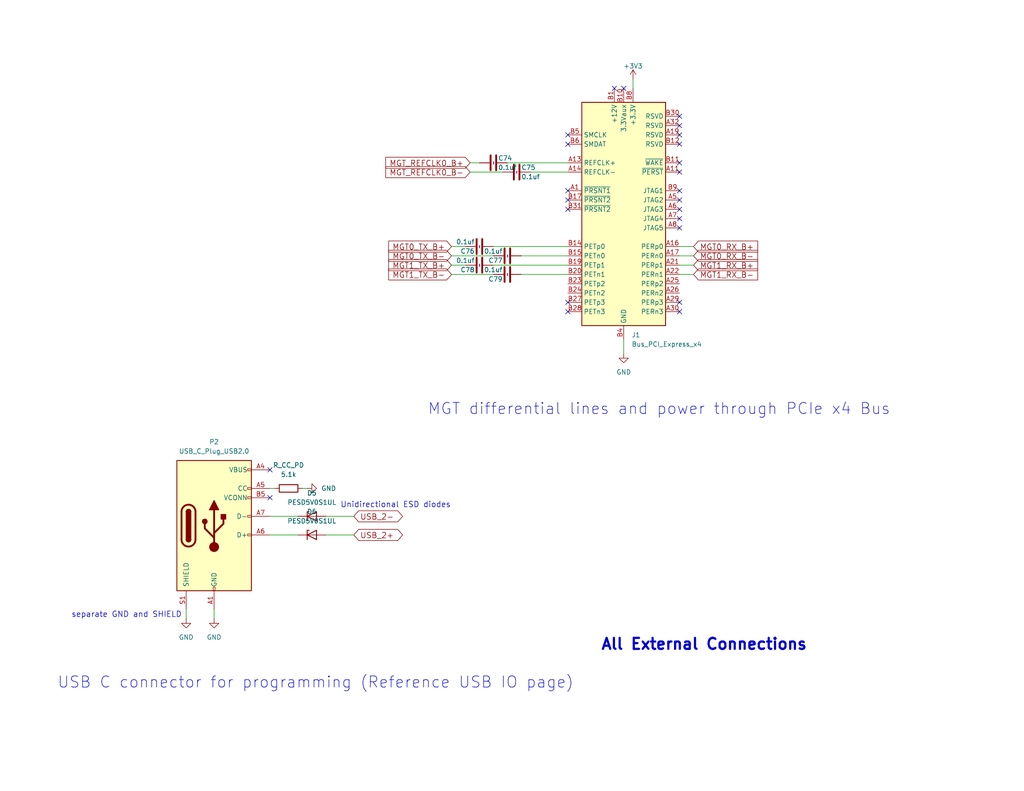
<source format=kicad_sch>
(kicad_sch
	(version 20250114)
	(generator "eeschema")
	(generator_version "9.0")
	(uuid "c0ad4323-d170-490e-a12e-3da4a15c9c0e")
	(paper "A")
	(title_block
		(title "hFPGA")
		(date "2025-09-16")
		(rev "D")
		(company "Ethan Yang (github.com/ethanyangtaco115) & Stanely Wang")
		(comment 1 "A modification of the PicoEVB (github.com/RHSResearchLLC/PicoEVB)")
		(comment 2 "An expansion")
	)
	(lib_symbols
		(symbol "+3V3_1"
			(power)
			(pin_names
				(offset 0)
			)
			(exclude_from_sim no)
			(in_bom yes)
			(on_board yes)
			(property "Reference" "#PWR"
				(at 0 -3.81 0)
				(effects
					(font
						(size 1.27 1.27)
					)
					(hide yes)
				)
			)
			(property "Value" "+3V3"
				(at 0 3.556 0)
				(effects
					(font
						(size 1.27 1.27)
					)
				)
			)
			(property "Footprint" ""
				(at 0 0 0)
				(effects
					(font
						(size 1.27 1.27)
					)
					(hide yes)
				)
			)
			(property "Datasheet" ""
				(at 0 0 0)
				(effects
					(font
						(size 1.27 1.27)
					)
					(hide yes)
				)
			)
			(property "Description" ""
				(at 0 0 0)
				(effects
					(font
						(size 1.27 1.27)
					)
					(hide yes)
				)
			)
			(property "Field5" ""
				(at 0 0 0)
				(effects
					(font
						(size 1.27 1.27)
					)
					(hide yes)
				)
			)
			(symbol "+3V3_1_0_1"
				(polyline
					(pts
						(xy -0.762 1.27) (xy 0 2.54)
					)
					(stroke
						(width 0)
						(type solid)
					)
					(fill
						(type none)
					)
				)
				(polyline
					(pts
						(xy 0 2.54) (xy 0.762 1.27)
					)
					(stroke
						(width 0)
						(type solid)
					)
					(fill
						(type none)
					)
				)
				(polyline
					(pts
						(xy 0 0) (xy 0 2.54)
					)
					(stroke
						(width 0)
						(type solid)
					)
					(fill
						(type none)
					)
				)
			)
			(symbol "+3V3_1_1_1"
				(pin power_in line
					(at 0 0 90)
					(length 0)
					(hide yes)
					(name "+3V3"
						(effects
							(font
								(size 1.27 1.27)
							)
						)
					)
					(number "1"
						(effects
							(font
								(size 1.27 1.27)
							)
						)
					)
				)
			)
			(embedded_fonts no)
		)
		(symbol "+3V3_2"
			(power)
			(pin_names
				(offset 0)
			)
			(exclude_from_sim no)
			(in_bom yes)
			(on_board yes)
			(property "Reference" "#PWR"
				(at 0 -3.81 0)
				(effects
					(font
						(size 1.27 1.27)
					)
					(hide yes)
				)
			)
			(property "Value" "+3V3"
				(at 0 3.556 0)
				(effects
					(font
						(size 1.27 1.27)
					)
				)
			)
			(property "Footprint" ""
				(at 0 0 0)
				(effects
					(font
						(size 1.27 1.27)
					)
					(hide yes)
				)
			)
			(property "Datasheet" ""
				(at 0 0 0)
				(effects
					(font
						(size 1.27 1.27)
					)
					(hide yes)
				)
			)
			(property "Description" ""
				(at 0 0 0)
				(effects
					(font
						(size 1.27 1.27)
					)
					(hide yes)
				)
			)
			(property "Field5" ""
				(at 0 0 0)
				(effects
					(font
						(size 1.27 1.27)
					)
					(hide yes)
				)
			)
			(symbol "+3V3_2_0_1"
				(polyline
					(pts
						(xy -0.762 1.27) (xy 0 2.54)
					)
					(stroke
						(width 0)
						(type solid)
					)
					(fill
						(type none)
					)
				)
				(polyline
					(pts
						(xy 0 2.54) (xy 0.762 1.27)
					)
					(stroke
						(width 0)
						(type solid)
					)
					(fill
						(type none)
					)
				)
				(polyline
					(pts
						(xy 0 0) (xy 0 2.54)
					)
					(stroke
						(width 0)
						(type solid)
					)
					(fill
						(type none)
					)
				)
			)
			(symbol "+3V3_2_1_1"
				(pin power_in line
					(at 0 0 90)
					(length 0)
					(hide yes)
					(name "+3V3"
						(effects
							(font
								(size 1.27 1.27)
							)
						)
					)
					(number "1"
						(effects
							(font
								(size 1.27 1.27)
							)
						)
					)
				)
			)
			(embedded_fonts no)
		)
		(symbol "C_1"
			(pin_numbers
				(hide yes)
			)
			(pin_names
				(offset 0.254)
			)
			(exclude_from_sim no)
			(in_bom yes)
			(on_board yes)
			(property "Reference" "C"
				(at 0.635 2.54 0)
				(effects
					(font
						(size 1.27 1.27)
					)
					(justify left)
				)
			)
			(property "Value" "C"
				(at 0.635 -2.54 0)
				(effects
					(font
						(size 1.27 1.27)
					)
					(justify left)
				)
			)
			(property "Footprint" ""
				(at 0.9652 -3.81 0)
				(effects
					(font
						(size 1.27 1.27)
					)
					(hide yes)
				)
			)
			(property "Datasheet" ""
				(at 0 0 0)
				(effects
					(font
						(size 1.27 1.27)
					)
					(hide yes)
				)
			)
			(property "Description" ""
				(at 0 0 0)
				(effects
					(font
						(size 1.27 1.27)
					)
					(hide yes)
				)
			)
			(property "Field5" ""
				(at 0 0 0)
				(effects
					(font
						(size 1.27 1.27)
					)
					(hide yes)
				)
			)
			(property "ki_fp_filters" "C_*"
				(at 0 0 0)
				(effects
					(font
						(size 1.27 1.27)
					)
					(hide yes)
				)
			)
			(symbol "C_1_0_1"
				(polyline
					(pts
						(xy -2.032 0.762) (xy 2.032 0.762)
					)
					(stroke
						(width 0.508)
						(type solid)
					)
					(fill
						(type none)
					)
				)
				(polyline
					(pts
						(xy -2.032 -0.762) (xy 2.032 -0.762)
					)
					(stroke
						(width 0.508)
						(type solid)
					)
					(fill
						(type none)
					)
				)
			)
			(symbol "C_1_1_1"
				(pin passive line
					(at 0 3.81 270)
					(length 2.794)
					(name "~"
						(effects
							(font
								(size 1.27 1.27)
							)
						)
					)
					(number "1"
						(effects
							(font
								(size 1.27 1.27)
							)
						)
					)
				)
				(pin passive line
					(at 0 -3.81 90)
					(length 2.794)
					(name "~"
						(effects
							(font
								(size 1.27 1.27)
							)
						)
					)
					(number "2"
						(effects
							(font
								(size 1.27 1.27)
							)
						)
					)
				)
			)
			(embedded_fonts no)
		)
		(symbol "C_2"
			(pin_numbers
				(hide yes)
			)
			(pin_names
				(offset 0.254)
			)
			(exclude_from_sim no)
			(in_bom yes)
			(on_board yes)
			(property "Reference" "C"
				(at 0.635 2.54 0)
				(effects
					(font
						(size 1.27 1.27)
					)
					(justify left)
				)
			)
			(property "Value" "C"
				(at 0.635 -2.54 0)
				(effects
					(font
						(size 1.27 1.27)
					)
					(justify left)
				)
			)
			(property "Footprint" ""
				(at 0.9652 -3.81 0)
				(effects
					(font
						(size 1.27 1.27)
					)
					(hide yes)
				)
			)
			(property "Datasheet" ""
				(at 0 0 0)
				(effects
					(font
						(size 1.27 1.27)
					)
					(hide yes)
				)
			)
			(property "Description" ""
				(at 0 0 0)
				(effects
					(font
						(size 1.27 1.27)
					)
					(hide yes)
				)
			)
			(property "Field5" ""
				(at 0 0 0)
				(effects
					(font
						(size 1.27 1.27)
					)
					(hide yes)
				)
			)
			(property "ki_fp_filters" "C_*"
				(at 0 0 0)
				(effects
					(font
						(size 1.27 1.27)
					)
					(hide yes)
				)
			)
			(symbol "C_2_0_1"
				(polyline
					(pts
						(xy -2.032 0.762) (xy 2.032 0.762)
					)
					(stroke
						(width 0.508)
						(type solid)
					)
					(fill
						(type none)
					)
				)
				(polyline
					(pts
						(xy -2.032 -0.762) (xy 2.032 -0.762)
					)
					(stroke
						(width 0.508)
						(type solid)
					)
					(fill
						(type none)
					)
				)
			)
			(symbol "C_2_1_1"
				(pin passive line
					(at 0 3.81 270)
					(length 2.794)
					(name "~"
						(effects
							(font
								(size 1.27 1.27)
							)
						)
					)
					(number "1"
						(effects
							(font
								(size 1.27 1.27)
							)
						)
					)
				)
				(pin passive line
					(at 0 -3.81 90)
					(length 2.794)
					(name "~"
						(effects
							(font
								(size 1.27 1.27)
							)
						)
					)
					(number "2"
						(effects
							(font
								(size 1.27 1.27)
							)
						)
					)
				)
			)
			(embedded_fonts no)
		)
		(symbol "C_3"
			(pin_numbers
				(hide yes)
			)
			(pin_names
				(offset 0.254)
			)
			(exclude_from_sim no)
			(in_bom yes)
			(on_board yes)
			(property "Reference" "C"
				(at 0.635 2.54 0)
				(effects
					(font
						(size 1.27 1.27)
					)
					(justify left)
				)
			)
			(property "Value" "C"
				(at 0.635 -2.54 0)
				(effects
					(font
						(size 1.27 1.27)
					)
					(justify left)
				)
			)
			(property "Footprint" ""
				(at 0.9652 -3.81 0)
				(effects
					(font
						(size 1.27 1.27)
					)
					(hide yes)
				)
			)
			(property "Datasheet" ""
				(at 0 0 0)
				(effects
					(font
						(size 1.27 1.27)
					)
					(hide yes)
				)
			)
			(property "Description" ""
				(at 0 0 0)
				(effects
					(font
						(size 1.27 1.27)
					)
					(hide yes)
				)
			)
			(property "Field5" ""
				(at 0 0 0)
				(effects
					(font
						(size 1.27 1.27)
					)
					(hide yes)
				)
			)
			(property "ki_fp_filters" "C_*"
				(at 0 0 0)
				(effects
					(font
						(size 1.27 1.27)
					)
					(hide yes)
				)
			)
			(symbol "C_3_0_1"
				(polyline
					(pts
						(xy -2.032 0.762) (xy 2.032 0.762)
					)
					(stroke
						(width 0.508)
						(type solid)
					)
					(fill
						(type none)
					)
				)
				(polyline
					(pts
						(xy -2.032 -0.762) (xy 2.032 -0.762)
					)
					(stroke
						(width 0.508)
						(type solid)
					)
					(fill
						(type none)
					)
				)
			)
			(symbol "C_3_1_1"
				(pin passive line
					(at 0 3.81 270)
					(length 2.794)
					(name "~"
						(effects
							(font
								(size 1.27 1.27)
							)
						)
					)
					(number "1"
						(effects
							(font
								(size 1.27 1.27)
							)
						)
					)
				)
				(pin passive line
					(at 0 -3.81 90)
					(length 2.794)
					(name "~"
						(effects
							(font
								(size 1.27 1.27)
							)
						)
					)
					(number "2"
						(effects
							(font
								(size 1.27 1.27)
							)
						)
					)
				)
			)
			(embedded_fonts no)
		)
		(symbol "C_4"
			(pin_numbers
				(hide yes)
			)
			(pin_names
				(offset 0.254)
			)
			(exclude_from_sim no)
			(in_bom yes)
			(on_board yes)
			(property "Reference" "C"
				(at 0.635 2.54 0)
				(effects
					(font
						(size 1.27 1.27)
					)
					(justify left)
				)
			)
			(property "Value" "C"
				(at 0.635 -2.54 0)
				(effects
					(font
						(size 1.27 1.27)
					)
					(justify left)
				)
			)
			(property "Footprint" ""
				(at 0.9652 -3.81 0)
				(effects
					(font
						(size 1.27 1.27)
					)
					(hide yes)
				)
			)
			(property "Datasheet" ""
				(at 0 0 0)
				(effects
					(font
						(size 1.27 1.27)
					)
					(hide yes)
				)
			)
			(property "Description" ""
				(at 0 0 0)
				(effects
					(font
						(size 1.27 1.27)
					)
					(hide yes)
				)
			)
			(property "Field5" ""
				(at 0 0 0)
				(effects
					(font
						(size 1.27 1.27)
					)
					(hide yes)
				)
			)
			(property "ki_fp_filters" "C_*"
				(at 0 0 0)
				(effects
					(font
						(size 1.27 1.27)
					)
					(hide yes)
				)
			)
			(symbol "C_4_0_1"
				(polyline
					(pts
						(xy -2.032 0.762) (xy 2.032 0.762)
					)
					(stroke
						(width 0.508)
						(type solid)
					)
					(fill
						(type none)
					)
				)
				(polyline
					(pts
						(xy -2.032 -0.762) (xy 2.032 -0.762)
					)
					(stroke
						(width 0.508)
						(type solid)
					)
					(fill
						(type none)
					)
				)
			)
			(symbol "C_4_1_1"
				(pin passive line
					(at 0 3.81 270)
					(length 2.794)
					(name "~"
						(effects
							(font
								(size 1.27 1.27)
							)
						)
					)
					(number "1"
						(effects
							(font
								(size 1.27 1.27)
							)
						)
					)
				)
				(pin passive line
					(at 0 -3.81 90)
					(length 2.794)
					(name "~"
						(effects
							(font
								(size 1.27 1.27)
							)
						)
					)
					(number "2"
						(effects
							(font
								(size 1.27 1.27)
							)
						)
					)
				)
			)
			(embedded_fonts no)
		)
		(symbol "C_5"
			(pin_numbers
				(hide yes)
			)
			(pin_names
				(offset 0.254)
			)
			(exclude_from_sim no)
			(in_bom yes)
			(on_board yes)
			(property "Reference" "C"
				(at 0.635 2.54 0)
				(effects
					(font
						(size 1.27 1.27)
					)
					(justify left)
				)
			)
			(property "Value" "C"
				(at 0.635 -2.54 0)
				(effects
					(font
						(size 1.27 1.27)
					)
					(justify left)
				)
			)
			(property "Footprint" ""
				(at 0.9652 -3.81 0)
				(effects
					(font
						(size 1.27 1.27)
					)
					(hide yes)
				)
			)
			(property "Datasheet" ""
				(at 0 0 0)
				(effects
					(font
						(size 1.27 1.27)
					)
					(hide yes)
				)
			)
			(property "Description" ""
				(at 0 0 0)
				(effects
					(font
						(size 1.27 1.27)
					)
					(hide yes)
				)
			)
			(property "Field5" ""
				(at 0 0 0)
				(effects
					(font
						(size 1.27 1.27)
					)
					(hide yes)
				)
			)
			(property "ki_fp_filters" "C_*"
				(at 0 0 0)
				(effects
					(font
						(size 1.27 1.27)
					)
					(hide yes)
				)
			)
			(symbol "C_5_0_1"
				(polyline
					(pts
						(xy -2.032 0.762) (xy 2.032 0.762)
					)
					(stroke
						(width 0.508)
						(type solid)
					)
					(fill
						(type none)
					)
				)
				(polyline
					(pts
						(xy -2.032 -0.762) (xy 2.032 -0.762)
					)
					(stroke
						(width 0.508)
						(type solid)
					)
					(fill
						(type none)
					)
				)
			)
			(symbol "C_5_1_1"
				(pin passive line
					(at 0 3.81 270)
					(length 2.794)
					(name "~"
						(effects
							(font
								(size 1.27 1.27)
							)
						)
					)
					(number "1"
						(effects
							(font
								(size 1.27 1.27)
							)
						)
					)
				)
				(pin passive line
					(at 0 -3.81 90)
					(length 2.794)
					(name "~"
						(effects
							(font
								(size 1.27 1.27)
							)
						)
					)
					(number "2"
						(effects
							(font
								(size 1.27 1.27)
							)
						)
					)
				)
			)
			(embedded_fonts no)
		)
		(symbol "C_6"
			(pin_numbers
				(hide yes)
			)
			(pin_names
				(offset 0.254)
			)
			(exclude_from_sim no)
			(in_bom yes)
			(on_board yes)
			(property "Reference" "C"
				(at 0.635 2.54 0)
				(effects
					(font
						(size 1.27 1.27)
					)
					(justify left)
				)
			)
			(property "Value" "C"
				(at 0.635 -2.54 0)
				(effects
					(font
						(size 1.27 1.27)
					)
					(justify left)
				)
			)
			(property "Footprint" ""
				(at 0.9652 -3.81 0)
				(effects
					(font
						(size 1.27 1.27)
					)
					(hide yes)
				)
			)
			(property "Datasheet" ""
				(at 0 0 0)
				(effects
					(font
						(size 1.27 1.27)
					)
					(hide yes)
				)
			)
			(property "Description" ""
				(at 0 0 0)
				(effects
					(font
						(size 1.27 1.27)
					)
					(hide yes)
				)
			)
			(property "Field5" ""
				(at 0 0 0)
				(effects
					(font
						(size 1.27 1.27)
					)
					(hide yes)
				)
			)
			(property "ki_fp_filters" "C_*"
				(at 0 0 0)
				(effects
					(font
						(size 1.27 1.27)
					)
					(hide yes)
				)
			)
			(symbol "C_6_0_1"
				(polyline
					(pts
						(xy -2.032 0.762) (xy 2.032 0.762)
					)
					(stroke
						(width 0.508)
						(type solid)
					)
					(fill
						(type none)
					)
				)
				(polyline
					(pts
						(xy -2.032 -0.762) (xy 2.032 -0.762)
					)
					(stroke
						(width 0.508)
						(type solid)
					)
					(fill
						(type none)
					)
				)
			)
			(symbol "C_6_1_1"
				(pin passive line
					(at 0 3.81 270)
					(length 2.794)
					(name "~"
						(effects
							(font
								(size 1.27 1.27)
							)
						)
					)
					(number "1"
						(effects
							(font
								(size 1.27 1.27)
							)
						)
					)
				)
				(pin passive line
					(at 0 -3.81 90)
					(length 2.794)
					(name "~"
						(effects
							(font
								(size 1.27 1.27)
							)
						)
					)
					(number "2"
						(effects
							(font
								(size 1.27 1.27)
							)
						)
					)
				)
			)
			(embedded_fonts no)
		)
		(symbol "C_7"
			(pin_numbers
				(hide yes)
			)
			(pin_names
				(offset 0.254)
			)
			(exclude_from_sim no)
			(in_bom yes)
			(on_board yes)
			(property "Reference" "C"
				(at 0.635 2.54 0)
				(effects
					(font
						(size 1.27 1.27)
					)
					(justify left)
				)
			)
			(property "Value" "C"
				(at 0.635 -2.54 0)
				(effects
					(font
						(size 1.27 1.27)
					)
					(justify left)
				)
			)
			(property "Footprint" ""
				(at 0.9652 -3.81 0)
				(effects
					(font
						(size 1.27 1.27)
					)
					(hide yes)
				)
			)
			(property "Datasheet" ""
				(at 0 0 0)
				(effects
					(font
						(size 1.27 1.27)
					)
					(hide yes)
				)
			)
			(property "Description" ""
				(at 0 0 0)
				(effects
					(font
						(size 1.27 1.27)
					)
					(hide yes)
				)
			)
			(property "Field5" ""
				(at 0 0 0)
				(effects
					(font
						(size 1.27 1.27)
					)
					(hide yes)
				)
			)
			(property "ki_fp_filters" "C_*"
				(at 0 0 0)
				(effects
					(font
						(size 1.27 1.27)
					)
					(hide yes)
				)
			)
			(symbol "C_7_0_1"
				(polyline
					(pts
						(xy -2.032 0.762) (xy 2.032 0.762)
					)
					(stroke
						(width 0.508)
						(type solid)
					)
					(fill
						(type none)
					)
				)
				(polyline
					(pts
						(xy -2.032 -0.762) (xy 2.032 -0.762)
					)
					(stroke
						(width 0.508)
						(type solid)
					)
					(fill
						(type none)
					)
				)
			)
			(symbol "C_7_1_1"
				(pin passive line
					(at 0 3.81 270)
					(length 2.794)
					(name "~"
						(effects
							(font
								(size 1.27 1.27)
							)
						)
					)
					(number "1"
						(effects
							(font
								(size 1.27 1.27)
							)
						)
					)
				)
				(pin passive line
					(at 0 -3.81 90)
					(length 2.794)
					(name "~"
						(effects
							(font
								(size 1.27 1.27)
							)
						)
					)
					(number "2"
						(effects
							(font
								(size 1.27 1.27)
							)
						)
					)
				)
			)
			(embedded_fonts no)
		)
		(symbol "C_8"
			(pin_numbers
				(hide yes)
			)
			(pin_names
				(offset 0.254)
			)
			(exclude_from_sim no)
			(in_bom yes)
			(on_board yes)
			(property "Reference" "C"
				(at 0.635 2.54 0)
				(effects
					(font
						(size 1.27 1.27)
					)
					(justify left)
				)
			)
			(property "Value" "C"
				(at 0.635 -2.54 0)
				(effects
					(font
						(size 1.27 1.27)
					)
					(justify left)
				)
			)
			(property "Footprint" ""
				(at 0.9652 -3.81 0)
				(effects
					(font
						(size 1.27 1.27)
					)
					(hide yes)
				)
			)
			(property "Datasheet" ""
				(at 0 0 0)
				(effects
					(font
						(size 1.27 1.27)
					)
					(hide yes)
				)
			)
			(property "Description" ""
				(at 0 0 0)
				(effects
					(font
						(size 1.27 1.27)
					)
					(hide yes)
				)
			)
			(property "Field5" ""
				(at 0 0 0)
				(effects
					(font
						(size 1.27 1.27)
					)
					(hide yes)
				)
			)
			(property "ki_fp_filters" "C_*"
				(at 0 0 0)
				(effects
					(font
						(size 1.27 1.27)
					)
					(hide yes)
				)
			)
			(symbol "C_8_0_1"
				(polyline
					(pts
						(xy -2.032 0.762) (xy 2.032 0.762)
					)
					(stroke
						(width 0.508)
						(type solid)
					)
					(fill
						(type none)
					)
				)
				(polyline
					(pts
						(xy -2.032 -0.762) (xy 2.032 -0.762)
					)
					(stroke
						(width 0.508)
						(type solid)
					)
					(fill
						(type none)
					)
				)
			)
			(symbol "C_8_1_1"
				(pin passive line
					(at 0 3.81 270)
					(length 2.794)
					(name "~"
						(effects
							(font
								(size 1.27 1.27)
							)
						)
					)
					(number "1"
						(effects
							(font
								(size 1.27 1.27)
							)
						)
					)
				)
				(pin passive line
					(at 0 -3.81 90)
					(length 2.794)
					(name "~"
						(effects
							(font
								(size 1.27 1.27)
							)
						)
					)
					(number "2"
						(effects
							(font
								(size 1.27 1.27)
							)
						)
					)
				)
			)
			(embedded_fonts no)
		)
		(symbol "Connector:Bus_PCI_Express_x4"
			(exclude_from_sim no)
			(in_bom yes)
			(on_board yes)
			(property "Reference" "J"
				(at -8.89 33.02 0)
				(effects
					(font
						(size 1.27 1.27)
					)
				)
			)
			(property "Value" "Bus_PCI_Express_x4"
				(at 12.7 33.02 0)
				(effects
					(font
						(size 1.27 1.27)
					)
				)
			)
			(property "Footprint" "Connector_PCBEdge:BUS_PCIexpress_x4"
				(at 0 -2.54 0)
				(effects
					(font
						(size 1.27 1.27)
					)
					(hide yes)
				)
			)
			(property "Datasheet" "http://www.ritrontek.com/uploadfile/2016/1026/20161026105231124.pdf#page=63"
				(at -6.35 -31.75 0)
				(effects
					(font
						(size 1.27 1.27)
					)
					(hide yes)
				)
			)
			(property "Description" "PCI Express bus connector x4"
				(at 0 0 0)
				(effects
					(font
						(size 1.27 1.27)
					)
					(hide yes)
				)
			)
			(property "ki_keywords" "pcie"
				(at 0 0 0)
				(effects
					(font
						(size 1.27 1.27)
					)
					(hide yes)
				)
			)
			(property "ki_fp_filters" "*PCIexpress*"
				(at 0 0 0)
				(effects
					(font
						(size 1.27 1.27)
					)
					(hide yes)
				)
			)
			(symbol "Bus_PCI_Express_x4_0_1"
				(rectangle
					(start -11.43 31.75)
					(end 11.43 -29.21)
					(stroke
						(width 0.254)
						(type default)
					)
					(fill
						(type background)
					)
				)
			)
			(symbol "Bus_PCI_Express_x4_1_1"
				(pin input line
					(at -15.24 22.86 0)
					(length 3.81)
					(name "SMCLK"
						(effects
							(font
								(size 1.27 1.27)
							)
						)
					)
					(number "B5"
						(effects
							(font
								(size 1.27 1.27)
							)
						)
					)
				)
				(pin bidirectional line
					(at -15.24 20.32 0)
					(length 3.81)
					(name "SMDAT"
						(effects
							(font
								(size 1.27 1.27)
							)
						)
					)
					(number "B6"
						(effects
							(font
								(size 1.27 1.27)
							)
						)
					)
				)
				(pin input line
					(at -15.24 15.24 0)
					(length 3.81)
					(name "REFCLK+"
						(effects
							(font
								(size 1.27 1.27)
							)
						)
					)
					(number "A13"
						(effects
							(font
								(size 1.27 1.27)
							)
						)
					)
				)
				(pin input line
					(at -15.24 12.7 0)
					(length 3.81)
					(name "REFCLK-"
						(effects
							(font
								(size 1.27 1.27)
							)
						)
					)
					(number "A14"
						(effects
							(font
								(size 1.27 1.27)
							)
						)
					)
				)
				(pin passive line
					(at -15.24 7.62 0)
					(length 3.81)
					(name "~{PRSNT1}"
						(effects
							(font
								(size 1.27 1.27)
							)
						)
					)
					(number "A1"
						(effects
							(font
								(size 1.27 1.27)
							)
						)
					)
				)
				(pin passive line
					(at -15.24 5.08 0)
					(length 3.81)
					(name "~{PRSNT2}"
						(effects
							(font
								(size 1.27 1.27)
							)
						)
					)
					(number "B17"
						(effects
							(font
								(size 1.27 1.27)
							)
						)
					)
				)
				(pin passive line
					(at -15.24 2.54 0)
					(length 3.81)
					(name "~{PRSNT2}"
						(effects
							(font
								(size 1.27 1.27)
							)
						)
					)
					(number "B31"
						(effects
							(font
								(size 1.27 1.27)
							)
						)
					)
				)
				(pin input line
					(at -15.24 -7.62 0)
					(length 3.81)
					(name "PETp0"
						(effects
							(font
								(size 1.27 1.27)
							)
						)
					)
					(number "B14"
						(effects
							(font
								(size 1.27 1.27)
							)
						)
					)
				)
				(pin input line
					(at -15.24 -10.16 0)
					(length 3.81)
					(name "PETn0"
						(effects
							(font
								(size 1.27 1.27)
							)
						)
					)
					(number "B15"
						(effects
							(font
								(size 1.27 1.27)
							)
						)
					)
				)
				(pin input line
					(at -15.24 -12.7 0)
					(length 3.81)
					(name "PETp1"
						(effects
							(font
								(size 1.27 1.27)
							)
						)
					)
					(number "B19"
						(effects
							(font
								(size 1.27 1.27)
							)
						)
					)
				)
				(pin input line
					(at -15.24 -15.24 0)
					(length 3.81)
					(name "PETn1"
						(effects
							(font
								(size 1.27 1.27)
							)
						)
					)
					(number "B20"
						(effects
							(font
								(size 1.27 1.27)
							)
						)
					)
				)
				(pin input line
					(at -15.24 -17.78 0)
					(length 3.81)
					(name "PETp2"
						(effects
							(font
								(size 1.27 1.27)
							)
						)
					)
					(number "B23"
						(effects
							(font
								(size 1.27 1.27)
							)
						)
					)
				)
				(pin input line
					(at -15.24 -20.32 0)
					(length 3.81)
					(name "PETn2"
						(effects
							(font
								(size 1.27 1.27)
							)
						)
					)
					(number "B24"
						(effects
							(font
								(size 1.27 1.27)
							)
						)
					)
				)
				(pin input line
					(at -15.24 -22.86 0)
					(length 3.81)
					(name "PETp3"
						(effects
							(font
								(size 1.27 1.27)
							)
						)
					)
					(number "B27"
						(effects
							(font
								(size 1.27 1.27)
							)
						)
					)
				)
				(pin input line
					(at -15.24 -25.4 0)
					(length 3.81)
					(name "PETn3"
						(effects
							(font
								(size 1.27 1.27)
							)
						)
					)
					(number "B28"
						(effects
							(font
								(size 1.27 1.27)
							)
						)
					)
				)
				(pin passive line
					(at -2.54 35.56 270)
					(length 3.81)
					(hide yes)
					(name "+12V"
						(effects
							(font
								(size 1.27 1.27)
							)
						)
					)
					(number "A2"
						(effects
							(font
								(size 1.27 1.27)
							)
						)
					)
				)
				(pin passive line
					(at -2.54 35.56 270)
					(length 3.81)
					(hide yes)
					(name "+12V"
						(effects
							(font
								(size 1.27 1.27)
							)
						)
					)
					(number "A3"
						(effects
							(font
								(size 1.27 1.27)
							)
						)
					)
				)
				(pin power_in line
					(at -2.54 35.56 270)
					(length 3.81)
					(name "+12V"
						(effects
							(font
								(size 1.27 1.27)
							)
						)
					)
					(number "B1"
						(effects
							(font
								(size 1.27 1.27)
							)
						)
					)
				)
				(pin passive line
					(at -2.54 35.56 270)
					(length 3.81)
					(hide yes)
					(name "+12V"
						(effects
							(font
								(size 1.27 1.27)
							)
						)
					)
					(number "B2"
						(effects
							(font
								(size 1.27 1.27)
							)
						)
					)
				)
				(pin passive line
					(at -2.54 35.56 270)
					(length 3.81)
					(hide yes)
					(name "+12V"
						(effects
							(font
								(size 1.27 1.27)
							)
						)
					)
					(number "B3"
						(effects
							(font
								(size 1.27 1.27)
							)
						)
					)
				)
				(pin power_in line
					(at 0 35.56 270)
					(length 3.81)
					(name "3.3Vaux"
						(effects
							(font
								(size 1.27 1.27)
							)
						)
					)
					(number "B10"
						(effects
							(font
								(size 1.27 1.27)
							)
						)
					)
				)
				(pin passive line
					(at 0 -33.02 90)
					(length 3.81)
					(hide yes)
					(name "GND"
						(effects
							(font
								(size 1.27 1.27)
							)
						)
					)
					(number "A12"
						(effects
							(font
								(size 1.27 1.27)
							)
						)
					)
				)
				(pin passive line
					(at 0 -33.02 90)
					(length 3.81)
					(hide yes)
					(name "GND"
						(effects
							(font
								(size 1.27 1.27)
							)
						)
					)
					(number "A15"
						(effects
							(font
								(size 1.27 1.27)
							)
						)
					)
				)
				(pin passive line
					(at 0 -33.02 90)
					(length 3.81)
					(hide yes)
					(name "GND"
						(effects
							(font
								(size 1.27 1.27)
							)
						)
					)
					(number "A18"
						(effects
							(font
								(size 1.27 1.27)
							)
						)
					)
				)
				(pin passive line
					(at 0 -33.02 90)
					(length 3.81)
					(hide yes)
					(name "GND"
						(effects
							(font
								(size 1.27 1.27)
							)
						)
					)
					(number "A20"
						(effects
							(font
								(size 1.27 1.27)
							)
						)
					)
				)
				(pin passive line
					(at 0 -33.02 90)
					(length 3.81)
					(hide yes)
					(name "GND"
						(effects
							(font
								(size 1.27 1.27)
							)
						)
					)
					(number "A23"
						(effects
							(font
								(size 1.27 1.27)
							)
						)
					)
				)
				(pin passive line
					(at 0 -33.02 90)
					(length 3.81)
					(hide yes)
					(name "GND"
						(effects
							(font
								(size 1.27 1.27)
							)
						)
					)
					(number "A24"
						(effects
							(font
								(size 1.27 1.27)
							)
						)
					)
				)
				(pin passive line
					(at 0 -33.02 90)
					(length 3.81)
					(hide yes)
					(name "GND"
						(effects
							(font
								(size 1.27 1.27)
							)
						)
					)
					(number "A27"
						(effects
							(font
								(size 1.27 1.27)
							)
						)
					)
				)
				(pin passive line
					(at 0 -33.02 90)
					(length 3.81)
					(hide yes)
					(name "GND"
						(effects
							(font
								(size 1.27 1.27)
							)
						)
					)
					(number "A28"
						(effects
							(font
								(size 1.27 1.27)
							)
						)
					)
				)
				(pin passive line
					(at 0 -33.02 90)
					(length 3.81)
					(hide yes)
					(name "GND"
						(effects
							(font
								(size 1.27 1.27)
							)
						)
					)
					(number "A31"
						(effects
							(font
								(size 1.27 1.27)
							)
						)
					)
				)
				(pin passive line
					(at 0 -33.02 90)
					(length 3.81)
					(hide yes)
					(name "GND"
						(effects
							(font
								(size 1.27 1.27)
							)
						)
					)
					(number "A4"
						(effects
							(font
								(size 1.27 1.27)
							)
						)
					)
				)
				(pin passive line
					(at 0 -33.02 90)
					(length 3.81)
					(hide yes)
					(name "GND"
						(effects
							(font
								(size 1.27 1.27)
							)
						)
					)
					(number "B13"
						(effects
							(font
								(size 1.27 1.27)
							)
						)
					)
				)
				(pin passive line
					(at 0 -33.02 90)
					(length 3.81)
					(hide yes)
					(name "GND"
						(effects
							(font
								(size 1.27 1.27)
							)
						)
					)
					(number "B16"
						(effects
							(font
								(size 1.27 1.27)
							)
						)
					)
				)
				(pin passive line
					(at 0 -33.02 90)
					(length 3.81)
					(hide yes)
					(name "GND"
						(effects
							(font
								(size 1.27 1.27)
							)
						)
					)
					(number "B18"
						(effects
							(font
								(size 1.27 1.27)
							)
						)
					)
				)
				(pin passive line
					(at 0 -33.02 90)
					(length 3.81)
					(hide yes)
					(name "GND"
						(effects
							(font
								(size 1.27 1.27)
							)
						)
					)
					(number "B21"
						(effects
							(font
								(size 1.27 1.27)
							)
						)
					)
				)
				(pin passive line
					(at 0 -33.02 90)
					(length 3.81)
					(hide yes)
					(name "GND"
						(effects
							(font
								(size 1.27 1.27)
							)
						)
					)
					(number "B22"
						(effects
							(font
								(size 1.27 1.27)
							)
						)
					)
				)
				(pin passive line
					(at 0 -33.02 90)
					(length 3.81)
					(hide yes)
					(name "GND"
						(effects
							(font
								(size 1.27 1.27)
							)
						)
					)
					(number "B25"
						(effects
							(font
								(size 1.27 1.27)
							)
						)
					)
				)
				(pin passive line
					(at 0 -33.02 90)
					(length 3.81)
					(hide yes)
					(name "GND"
						(effects
							(font
								(size 1.27 1.27)
							)
						)
					)
					(number "B26"
						(effects
							(font
								(size 1.27 1.27)
							)
						)
					)
				)
				(pin passive line
					(at 0 -33.02 90)
					(length 3.81)
					(hide yes)
					(name "GND"
						(effects
							(font
								(size 1.27 1.27)
							)
						)
					)
					(number "B29"
						(effects
							(font
								(size 1.27 1.27)
							)
						)
					)
				)
				(pin passive line
					(at 0 -33.02 90)
					(length 3.81)
					(hide yes)
					(name "GND"
						(effects
							(font
								(size 1.27 1.27)
							)
						)
					)
					(number "B32"
						(effects
							(font
								(size 1.27 1.27)
							)
						)
					)
				)
				(pin power_in line
					(at 0 -33.02 90)
					(length 3.81)
					(name "GND"
						(effects
							(font
								(size 1.27 1.27)
							)
						)
					)
					(number "B4"
						(effects
							(font
								(size 1.27 1.27)
							)
						)
					)
				)
				(pin passive line
					(at 0 -33.02 90)
					(length 3.81)
					(hide yes)
					(name "GND"
						(effects
							(font
								(size 1.27 1.27)
							)
						)
					)
					(number "B7"
						(effects
							(font
								(size 1.27 1.27)
							)
						)
					)
				)
				(pin passive line
					(at 2.54 35.56 270)
					(length 3.81)
					(hide yes)
					(name "+3.3V"
						(effects
							(font
								(size 1.27 1.27)
							)
						)
					)
					(number "A10"
						(effects
							(font
								(size 1.27 1.27)
							)
						)
					)
				)
				(pin passive line
					(at 2.54 35.56 270)
					(length 3.81)
					(hide yes)
					(name "+3.3V"
						(effects
							(font
								(size 1.27 1.27)
							)
						)
					)
					(number "A9"
						(effects
							(font
								(size 1.27 1.27)
							)
						)
					)
				)
				(pin power_in line
					(at 2.54 35.56 270)
					(length 3.81)
					(name "+3.3V"
						(effects
							(font
								(size 1.27 1.27)
							)
						)
					)
					(number "B8"
						(effects
							(font
								(size 1.27 1.27)
							)
						)
					)
				)
				(pin passive line
					(at 15.24 27.94 180)
					(length 3.81)
					(name "RSVD"
						(effects
							(font
								(size 1.27 1.27)
							)
						)
					)
					(number "B30"
						(effects
							(font
								(size 1.27 1.27)
							)
						)
					)
				)
				(pin passive line
					(at 15.24 25.4 180)
					(length 3.81)
					(name "RSVD"
						(effects
							(font
								(size 1.27 1.27)
							)
						)
					)
					(number "A32"
						(effects
							(font
								(size 1.27 1.27)
							)
						)
					)
				)
				(pin passive line
					(at 15.24 22.86 180)
					(length 3.81)
					(name "RSVD"
						(effects
							(font
								(size 1.27 1.27)
							)
						)
					)
					(number "A19"
						(effects
							(font
								(size 1.27 1.27)
							)
						)
					)
				)
				(pin passive line
					(at 15.24 20.32 180)
					(length 3.81)
					(name "RSVD"
						(effects
							(font
								(size 1.27 1.27)
							)
						)
					)
					(number "B12"
						(effects
							(font
								(size 1.27 1.27)
							)
						)
					)
				)
				(pin open_collector line
					(at 15.24 15.24 180)
					(length 3.81)
					(name "~{WAKE}"
						(effects
							(font
								(size 1.27 1.27)
							)
						)
					)
					(number "B11"
						(effects
							(font
								(size 1.27 1.27)
							)
						)
					)
				)
				(pin input line
					(at 15.24 12.7 180)
					(length 3.81)
					(name "~{PERST}"
						(effects
							(font
								(size 1.27 1.27)
							)
						)
					)
					(number "A11"
						(effects
							(font
								(size 1.27 1.27)
							)
						)
					)
				)
				(pin input line
					(at 15.24 7.62 180)
					(length 3.81)
					(name "JTAG1"
						(effects
							(font
								(size 1.27 1.27)
							)
						)
					)
					(number "B9"
						(effects
							(font
								(size 1.27 1.27)
							)
						)
					)
				)
				(pin input line
					(at 15.24 5.08 180)
					(length 3.81)
					(name "JTAG2"
						(effects
							(font
								(size 1.27 1.27)
							)
						)
					)
					(number "A5"
						(effects
							(font
								(size 1.27 1.27)
							)
						)
					)
				)
				(pin input line
					(at 15.24 2.54 180)
					(length 3.81)
					(name "JTAG3"
						(effects
							(font
								(size 1.27 1.27)
							)
						)
					)
					(number "A6"
						(effects
							(font
								(size 1.27 1.27)
							)
						)
					)
				)
				(pin output line
					(at 15.24 0 180)
					(length 3.81)
					(name "JTAG4"
						(effects
							(font
								(size 1.27 1.27)
							)
						)
					)
					(number "A7"
						(effects
							(font
								(size 1.27 1.27)
							)
						)
					)
				)
				(pin input line
					(at 15.24 -2.54 180)
					(length 3.81)
					(name "JTAG5"
						(effects
							(font
								(size 1.27 1.27)
							)
						)
					)
					(number "A8"
						(effects
							(font
								(size 1.27 1.27)
							)
						)
					)
				)
				(pin output line
					(at 15.24 -7.62 180)
					(length 3.81)
					(name "PERp0"
						(effects
							(font
								(size 1.27 1.27)
							)
						)
					)
					(number "A16"
						(effects
							(font
								(size 1.27 1.27)
							)
						)
					)
				)
				(pin output line
					(at 15.24 -10.16 180)
					(length 3.81)
					(name "PERn0"
						(effects
							(font
								(size 1.27 1.27)
							)
						)
					)
					(number "A17"
						(effects
							(font
								(size 1.27 1.27)
							)
						)
					)
				)
				(pin output line
					(at 15.24 -12.7 180)
					(length 3.81)
					(name "PERp1"
						(effects
							(font
								(size 1.27 1.27)
							)
						)
					)
					(number "A21"
						(effects
							(font
								(size 1.27 1.27)
							)
						)
					)
				)
				(pin output line
					(at 15.24 -15.24 180)
					(length 3.81)
					(name "PERn1"
						(effects
							(font
								(size 1.27 1.27)
							)
						)
					)
					(number "A22"
						(effects
							(font
								(size 1.27 1.27)
							)
						)
					)
				)
				(pin output line
					(at 15.24 -17.78 180)
					(length 3.81)
					(name "PERp2"
						(effects
							(font
								(size 1.27 1.27)
							)
						)
					)
					(number "A25"
						(effects
							(font
								(size 1.27 1.27)
							)
						)
					)
				)
				(pin output line
					(at 15.24 -20.32 180)
					(length 3.81)
					(name "PERn2"
						(effects
							(font
								(size 1.27 1.27)
							)
						)
					)
					(number "A26"
						(effects
							(font
								(size 1.27 1.27)
							)
						)
					)
				)
				(pin output line
					(at 15.24 -22.86 180)
					(length 3.81)
					(name "PERp3"
						(effects
							(font
								(size 1.27 1.27)
							)
						)
					)
					(number "A29"
						(effects
							(font
								(size 1.27 1.27)
							)
						)
					)
				)
				(pin output line
					(at 15.24 -25.4 180)
					(length 3.81)
					(name "PERn3"
						(effects
							(font
								(size 1.27 1.27)
							)
						)
					)
					(number "A30"
						(effects
							(font
								(size 1.27 1.27)
							)
						)
					)
				)
			)
			(embedded_fonts no)
		)
		(symbol "Connector:USB_C_Plug_USB2.0"
			(pin_names
				(offset 1.016)
			)
			(exclude_from_sim no)
			(in_bom yes)
			(on_board yes)
			(property "Reference" "P"
				(at -10.16 19.05 0)
				(effects
					(font
						(size 1.27 1.27)
					)
					(justify left)
				)
			)
			(property "Value" "USB_C_Plug_USB2.0"
				(at 12.7 19.05 0)
				(effects
					(font
						(size 1.27 1.27)
					)
					(justify right)
				)
			)
			(property "Footprint" ""
				(at 3.81 0 0)
				(effects
					(font
						(size 1.27 1.27)
					)
					(hide yes)
				)
			)
			(property "Datasheet" "https://www.usb.org/sites/default/files/documents/usb_type-c.zip"
				(at 3.81 0 0)
				(effects
					(font
						(size 1.27 1.27)
					)
					(hide yes)
				)
			)
			(property "Description" "USB 2.0-only Type-C Plug connector"
				(at 0 0 0)
				(effects
					(font
						(size 1.27 1.27)
					)
					(hide yes)
				)
			)
			(property "ki_keywords" "usb universal serial bus type-C USB2.0"
				(at 0 0 0)
				(effects
					(font
						(size 1.27 1.27)
					)
					(hide yes)
				)
			)
			(property "ki_fp_filters" "USB*C*Plug*"
				(at 0 0 0)
				(effects
					(font
						(size 1.27 1.27)
					)
					(hide yes)
				)
			)
			(symbol "USB_C_Plug_USB2.0_0_0"
				(rectangle
					(start -0.254 -17.78)
					(end 0.254 -16.764)
					(stroke
						(width 0)
						(type default)
					)
					(fill
						(type none)
					)
				)
				(rectangle
					(start 10.16 15.494)
					(end 9.144 14.986)
					(stroke
						(width 0)
						(type default)
					)
					(fill
						(type none)
					)
				)
				(rectangle
					(start 10.16 10.414)
					(end 9.144 9.906)
					(stroke
						(width 0)
						(type default)
					)
					(fill
						(type none)
					)
				)
				(rectangle
					(start 10.16 7.874)
					(end 9.144 7.366)
					(stroke
						(width 0)
						(type default)
					)
					(fill
						(type none)
					)
				)
				(rectangle
					(start 10.16 2.794)
					(end 9.144 2.286)
					(stroke
						(width 0)
						(type default)
					)
					(fill
						(type none)
					)
				)
				(rectangle
					(start 10.16 -2.286)
					(end 9.144 -2.794)
					(stroke
						(width 0)
						(type default)
					)
					(fill
						(type none)
					)
				)
			)
			(symbol "USB_C_Plug_USB2.0_0_1"
				(rectangle
					(start -10.16 17.78)
					(end 10.16 -17.78)
					(stroke
						(width 0.254)
						(type default)
					)
					(fill
						(type background)
					)
				)
				(polyline
					(pts
						(xy -8.89 -3.81) (xy -8.89 3.81)
					)
					(stroke
						(width 0.508)
						(type default)
					)
					(fill
						(type none)
					)
				)
				(rectangle
					(start -7.62 -3.81)
					(end -6.35 3.81)
					(stroke
						(width 0.254)
						(type default)
					)
					(fill
						(type outline)
					)
				)
				(arc
					(start -7.62 3.81)
					(mid -6.985 4.4423)
					(end -6.35 3.81)
					(stroke
						(width 0.254)
						(type default)
					)
					(fill
						(type none)
					)
				)
				(arc
					(start -7.62 3.81)
					(mid -6.985 4.4423)
					(end -6.35 3.81)
					(stroke
						(width 0.254)
						(type default)
					)
					(fill
						(type outline)
					)
				)
				(arc
					(start -8.89 3.81)
					(mid -6.985 5.7067)
					(end -5.08 3.81)
					(stroke
						(width 0.508)
						(type default)
					)
					(fill
						(type none)
					)
				)
				(arc
					(start -5.08 -3.81)
					(mid -6.985 -5.7067)
					(end -8.89 -3.81)
					(stroke
						(width 0.508)
						(type default)
					)
					(fill
						(type none)
					)
				)
				(arc
					(start -6.35 -3.81)
					(mid -6.985 -4.4423)
					(end -7.62 -3.81)
					(stroke
						(width 0.254)
						(type default)
					)
					(fill
						(type none)
					)
				)
				(arc
					(start -6.35 -3.81)
					(mid -6.985 -4.4423)
					(end -7.62 -3.81)
					(stroke
						(width 0.254)
						(type default)
					)
					(fill
						(type outline)
					)
				)
				(polyline
					(pts
						(xy -5.08 3.81) (xy -5.08 -3.81)
					)
					(stroke
						(width 0.508)
						(type default)
					)
					(fill
						(type none)
					)
				)
				(circle
					(center -2.54 1.143)
					(radius 0.635)
					(stroke
						(width 0.254)
						(type default)
					)
					(fill
						(type outline)
					)
				)
				(polyline
					(pts
						(xy -1.27 4.318) (xy 0 6.858) (xy 1.27 4.318) (xy -1.27 4.318)
					)
					(stroke
						(width 0.254)
						(type default)
					)
					(fill
						(type outline)
					)
				)
				(polyline
					(pts
						(xy 0 -2.032) (xy 2.54 0.508) (xy 2.54 1.778)
					)
					(stroke
						(width 0.508)
						(type default)
					)
					(fill
						(type none)
					)
				)
				(polyline
					(pts
						(xy 0 -3.302) (xy -2.54 -0.762) (xy -2.54 0.508)
					)
					(stroke
						(width 0.508)
						(type default)
					)
					(fill
						(type none)
					)
				)
				(polyline
					(pts
						(xy 0 -5.842) (xy 0 4.318)
					)
					(stroke
						(width 0.508)
						(type default)
					)
					(fill
						(type none)
					)
				)
				(circle
					(center 0 -5.842)
					(radius 1.27)
					(stroke
						(width 0)
						(type default)
					)
					(fill
						(type outline)
					)
				)
				(rectangle
					(start 1.905 1.778)
					(end 3.175 3.048)
					(stroke
						(width 0.254)
						(type default)
					)
					(fill
						(type outline)
					)
				)
			)
			(symbol "USB_C_Plug_USB2.0_1_1"
				(pin passive line
					(at -7.62 -22.86 90)
					(length 5.08)
					(name "SHIELD"
						(effects
							(font
								(size 1.27 1.27)
							)
						)
					)
					(number "S1"
						(effects
							(font
								(size 1.27 1.27)
							)
						)
					)
				)
				(pin passive line
					(at 0 -22.86 90)
					(length 5.08)
					(name "GND"
						(effects
							(font
								(size 1.27 1.27)
							)
						)
					)
					(number "A1"
						(effects
							(font
								(size 1.27 1.27)
							)
						)
					)
				)
				(pin passive line
					(at 0 -22.86 90)
					(length 5.08)
					(hide yes)
					(name "GND"
						(effects
							(font
								(size 1.27 1.27)
							)
						)
					)
					(number "A12"
						(effects
							(font
								(size 1.27 1.27)
							)
						)
					)
				)
				(pin passive line
					(at 0 -22.86 90)
					(length 5.08)
					(hide yes)
					(name "GND"
						(effects
							(font
								(size 1.27 1.27)
							)
						)
					)
					(number "B1"
						(effects
							(font
								(size 1.27 1.27)
							)
						)
					)
				)
				(pin passive line
					(at 0 -22.86 90)
					(length 5.08)
					(hide yes)
					(name "GND"
						(effects
							(font
								(size 1.27 1.27)
							)
						)
					)
					(number "B12"
						(effects
							(font
								(size 1.27 1.27)
							)
						)
					)
				)
				(pin passive line
					(at 15.24 15.24 180)
					(length 5.08)
					(name "VBUS"
						(effects
							(font
								(size 1.27 1.27)
							)
						)
					)
					(number "A4"
						(effects
							(font
								(size 1.27 1.27)
							)
						)
					)
				)
				(pin passive line
					(at 15.24 15.24 180)
					(length 5.08)
					(hide yes)
					(name "VBUS"
						(effects
							(font
								(size 1.27 1.27)
							)
						)
					)
					(number "A9"
						(effects
							(font
								(size 1.27 1.27)
							)
						)
					)
				)
				(pin passive line
					(at 15.24 15.24 180)
					(length 5.08)
					(hide yes)
					(name "VBUS"
						(effects
							(font
								(size 1.27 1.27)
							)
						)
					)
					(number "B4"
						(effects
							(font
								(size 1.27 1.27)
							)
						)
					)
				)
				(pin passive line
					(at 15.24 15.24 180)
					(length 5.08)
					(hide yes)
					(name "VBUS"
						(effects
							(font
								(size 1.27 1.27)
							)
						)
					)
					(number "B9"
						(effects
							(font
								(size 1.27 1.27)
							)
						)
					)
				)
				(pin bidirectional line
					(at 15.24 10.16 180)
					(length 5.08)
					(name "CC"
						(effects
							(font
								(size 1.27 1.27)
							)
						)
					)
					(number "A5"
						(effects
							(font
								(size 1.27 1.27)
							)
						)
					)
				)
				(pin bidirectional line
					(at 15.24 7.62 180)
					(length 5.08)
					(name "VCONN"
						(effects
							(font
								(size 1.27 1.27)
							)
						)
					)
					(number "B5"
						(effects
							(font
								(size 1.27 1.27)
							)
						)
					)
				)
				(pin bidirectional line
					(at 15.24 2.54 180)
					(length 5.08)
					(name "D-"
						(effects
							(font
								(size 1.27 1.27)
							)
						)
					)
					(number "A7"
						(effects
							(font
								(size 1.27 1.27)
							)
						)
					)
				)
				(pin bidirectional line
					(at 15.24 -2.54 180)
					(length 5.08)
					(name "D+"
						(effects
							(font
								(size 1.27 1.27)
							)
						)
					)
					(number "A6"
						(effects
							(font
								(size 1.27 1.27)
							)
						)
					)
				)
			)
			(embedded_fonts no)
		)
		(symbol "Device:R"
			(pin_numbers
				(hide yes)
			)
			(pin_names
				(offset 0)
			)
			(exclude_from_sim no)
			(in_bom yes)
			(on_board yes)
			(property "Reference" "R"
				(at 2.032 0 90)
				(effects
					(font
						(size 1.27 1.27)
					)
				)
			)
			(property "Value" "R"
				(at 0 0 90)
				(effects
					(font
						(size 1.27 1.27)
					)
				)
			)
			(property "Footprint" ""
				(at -1.778 0 90)
				(effects
					(font
						(size 1.27 1.27)
					)
					(hide yes)
				)
			)
			(property "Datasheet" "~"
				(at 0 0 0)
				(effects
					(font
						(size 1.27 1.27)
					)
					(hide yes)
				)
			)
			(property "Description" "Resistor"
				(at 0 0 0)
				(effects
					(font
						(size 1.27 1.27)
					)
					(hide yes)
				)
			)
			(property "ki_keywords" "R res resistor"
				(at 0 0 0)
				(effects
					(font
						(size 1.27 1.27)
					)
					(hide yes)
				)
			)
			(property "ki_fp_filters" "R_*"
				(at 0 0 0)
				(effects
					(font
						(size 1.27 1.27)
					)
					(hide yes)
				)
			)
			(symbol "R_0_1"
				(rectangle
					(start -1.016 -2.54)
					(end 1.016 2.54)
					(stroke
						(width 0.254)
						(type default)
					)
					(fill
						(type none)
					)
				)
			)
			(symbol "R_1_1"
				(pin passive line
					(at 0 3.81 270)
					(length 1.27)
					(name "~"
						(effects
							(font
								(size 1.27 1.27)
							)
						)
					)
					(number "1"
						(effects
							(font
								(size 1.27 1.27)
							)
						)
					)
				)
				(pin passive line
					(at 0 -3.81 90)
					(length 1.27)
					(name "~"
						(effects
							(font
								(size 1.27 1.27)
							)
						)
					)
					(number "2"
						(effects
							(font
								(size 1.27 1.27)
							)
						)
					)
				)
			)
			(embedded_fonts no)
		)
		(symbol "Diode:PESD5V0S1UL"
			(pin_numbers
				(hide yes)
			)
			(pin_names
				(hide yes)
			)
			(exclude_from_sim no)
			(in_bom yes)
			(on_board yes)
			(property "Reference" "D"
				(at 0 2.54 0)
				(effects
					(font
						(size 1.27 1.27)
					)
				)
			)
			(property "Value" "PESD5V0S1UL"
				(at 0 -2.54 0)
				(effects
					(font
						(size 1.27 1.27)
					)
				)
			)
			(property "Footprint" "Diode_SMD:D_SOD-882"
				(at 0 -5.08 0)
				(effects
					(font
						(size 1.27 1.27)
					)
					(hide yes)
				)
			)
			(property "Datasheet" "https://assets.nexperia.com/documents/data-sheet/PESD5V0S1UL.pdf"
				(at 0 5.08 0)
				(effects
					(font
						(size 1.27 1.27)
					)
					(hide yes)
				)
			)
			(property "Description" "Unidirectional ESD protection diode, 5V, SOD-882"
				(at 0 7.62 0)
				(effects
					(font
						(size 1.27 1.27)
					)
					(hide yes)
				)
			)
			(property "ki_keywords" "diode"
				(at 0 0 0)
				(effects
					(font
						(size 1.27 1.27)
					)
					(hide yes)
				)
			)
			(property "ki_fp_filters" "D*SOD?882"
				(at 0 0 0)
				(effects
					(font
						(size 1.27 1.27)
					)
					(hide yes)
				)
			)
			(symbol "PESD5V0S1UL_0_1"
				(polyline
					(pts
						(xy -1.27 -1.27) (xy -1.27 1.27) (xy -0.762 1.27)
					)
					(stroke
						(width 0.254)
						(type default)
					)
					(fill
						(type none)
					)
				)
				(polyline
					(pts
						(xy 1.27 0) (xy -1.27 0)
					)
					(stroke
						(width 0)
						(type default)
					)
					(fill
						(type none)
					)
				)
				(polyline
					(pts
						(xy 1.27 -1.27) (xy 1.27 1.27) (xy -1.27 0) (xy 1.27 -1.27)
					)
					(stroke
						(width 0.254)
						(type default)
					)
					(fill
						(type none)
					)
				)
			)
			(symbol "PESD5V0S1UL_1_1"
				(pin passive line
					(at -3.81 0 0)
					(length 2.54)
					(name "K"
						(effects
							(font
								(size 1.27 1.27)
							)
						)
					)
					(number "1"
						(effects
							(font
								(size 1.27 1.27)
							)
						)
					)
				)
				(pin passive line
					(at 3.81 0 180)
					(length 2.54)
					(name "A"
						(effects
							(font
								(size 1.27 1.27)
							)
						)
					)
					(number "2"
						(effects
							(font
								(size 1.27 1.27)
							)
						)
					)
				)
			)
			(embedded_fonts no)
		)
		(symbol "GND_1"
			(power)
			(pin_names
				(offset 0)
			)
			(exclude_from_sim no)
			(in_bom yes)
			(on_board yes)
			(property "Reference" "#PWR"
				(at 0 -6.35 0)
				(effects
					(font
						(size 1.27 1.27)
					)
					(hide yes)
				)
			)
			(property "Value" "GND"
				(at 0 -3.81 0)
				(effects
					(font
						(size 1.27 1.27)
					)
				)
			)
			(property "Footprint" ""
				(at 0 0 0)
				(effects
					(font
						(size 1.27 1.27)
					)
					(hide yes)
				)
			)
			(property "Datasheet" ""
				(at 0 0 0)
				(effects
					(font
						(size 1.27 1.27)
					)
					(hide yes)
				)
			)
			(property "Description" ""
				(at 0 0 0)
				(effects
					(font
						(size 1.27 1.27)
					)
					(hide yes)
				)
			)
			(property "Field5" ""
				(at 0 0 0)
				(effects
					(font
						(size 1.27 1.27)
					)
					(hide yes)
				)
			)
			(symbol "GND_1_0_1"
				(polyline
					(pts
						(xy 0 0) (xy 0 -1.27) (xy 1.27 -1.27) (xy 0 -2.54) (xy -1.27 -1.27) (xy 0 -1.27)
					)
					(stroke
						(width 0)
						(type solid)
					)
					(fill
						(type none)
					)
				)
			)
			(symbol "GND_1_1_1"
				(pin power_in line
					(at 0 0 270)
					(length 0)
					(hide yes)
					(name "GND"
						(effects
							(font
								(size 1.27 1.27)
							)
						)
					)
					(number "1"
						(effects
							(font
								(size 1.27 1.27)
							)
						)
					)
				)
			)
			(embedded_fonts no)
		)
		(symbol "GND_2"
			(power)
			(pin_names
				(offset 0)
			)
			(exclude_from_sim no)
			(in_bom yes)
			(on_board yes)
			(property "Reference" "#PWR"
				(at 0 -6.35 0)
				(effects
					(font
						(size 1.27 1.27)
					)
					(hide yes)
				)
			)
			(property "Value" "GND"
				(at 0 -3.81 0)
				(effects
					(font
						(size 1.27 1.27)
					)
				)
			)
			(property "Footprint" ""
				(at 0 0 0)
				(effects
					(font
						(size 1.27 1.27)
					)
					(hide yes)
				)
			)
			(property "Datasheet" ""
				(at 0 0 0)
				(effects
					(font
						(size 1.27 1.27)
					)
					(hide yes)
				)
			)
			(property "Description" ""
				(at 0 0 0)
				(effects
					(font
						(size 1.27 1.27)
					)
					(hide yes)
				)
			)
			(property "Field5" ""
				(at 0 0 0)
				(effects
					(font
						(size 1.27 1.27)
					)
					(hide yes)
				)
			)
			(symbol "GND_2_0_1"
				(polyline
					(pts
						(xy 0 0) (xy 0 -1.27) (xy 1.27 -1.27) (xy 0 -2.54) (xy -1.27 -1.27) (xy 0 -1.27)
					)
					(stroke
						(width 0)
						(type solid)
					)
					(fill
						(type none)
					)
				)
			)
			(symbol "GND_2_1_1"
				(pin power_in line
					(at 0 0 270)
					(length 0)
					(hide yes)
					(name "GND"
						(effects
							(font
								(size 1.27 1.27)
							)
						)
					)
					(number "1"
						(effects
							(font
								(size 1.27 1.27)
							)
						)
					)
				)
			)
			(embedded_fonts no)
		)
		(symbol "M.2-AE_1"
			(pin_names
				(offset 1.016)
			)
			(exclude_from_sim no)
			(in_bom yes)
			(on_board yes)
			(property "Reference" "PCB"
				(at -10.16 36.83 0)
				(effects
					(font
						(size 1.524 1.524)
					)
				)
			)
			(property "Value" "M.2-AE"
				(at 13.97 36.83 0)
				(effects
					(font
						(size 1.524 1.524)
					)
				)
			)
			(property "Footprint" ""
				(at -11.43 2.54 0)
				(effects
					(font
						(size 1.524 1.524)
					)
					(hide yes)
				)
			)
			(property "Datasheet" ""
				(at -11.43 2.54 0)
				(effects
					(font
						(size 1.524 1.524)
					)
					(hide yes)
				)
			)
			(property "Description" ""
				(at 0 0 0)
				(effects
					(font
						(size 1.27 1.27)
					)
					(hide yes)
				)
			)
			(property "Field5" ""
				(at 0 0 0)
				(effects
					(font
						(size 1.27 1.27)
					)
					(hide yes)
				)
			)
			(symbol "M.2-AE_1_0_1"
				(rectangle
					(start -12.7 35.56)
					(end 11.43 -17.78)
					(stroke
						(width 0)
						(type solid)
					)
					(fill
						(type none)
					)
				)
				(rectangle
					(start 11.43 -17.78)
					(end 11.43 -17.78)
					(stroke
						(width 0)
						(type solid)
					)
					(fill
						(type none)
					)
				)
			)
			(symbol "M.2-AE_1_1_1"
				(pin output line
					(at -17.78 33.02 0)
					(length 5.08)
					(name "REFCLK_p"
						(effects
							(font
								(size 1.27 1.27)
							)
						)
					)
					(number "47"
						(effects
							(font
								(size 1.27 1.27)
							)
						)
					)
				)
				(pin output line
					(at -17.78 30.48 0)
					(length 5.08)
					(name "REFCLK_n"
						(effects
							(font
								(size 1.27 1.27)
							)
						)
					)
					(number "49"
						(effects
							(font
								(size 1.27 1.27)
							)
						)
					)
				)
				(pin input line
					(at -17.78 26.67 0)
					(length 5.08)
					(name "PER0_p"
						(effects
							(font
								(size 1.27 1.27)
							)
						)
					)
					(number "41"
						(effects
							(font
								(size 1.27 1.27)
							)
						)
					)
				)
				(pin input line
					(at -17.78 24.13 0)
					(length 5.08)
					(name "PER0_n"
						(effects
							(font
								(size 1.27 1.27)
							)
						)
					)
					(number "43"
						(effects
							(font
								(size 1.27 1.27)
							)
						)
					)
				)
				(pin output line
					(at -17.78 20.32 0)
					(length 5.08)
					(name "PET0_p"
						(effects
							(font
								(size 1.27 1.27)
							)
						)
					)
					(number "35"
						(effects
							(font
								(size 1.27 1.27)
							)
						)
					)
				)
				(pin output line
					(at -17.78 17.78 0)
					(length 5.08)
					(name "PET0_n"
						(effects
							(font
								(size 1.27 1.27)
							)
						)
					)
					(number "37"
						(effects
							(font
								(size 1.27 1.27)
							)
						)
					)
				)
				(pin power_out line
					(at -17.78 11.43 0)
					(length 5.08)
					(name "3p3v"
						(effects
							(font
								(size 1.27 1.27)
							)
						)
					)
					(number "2"
						(effects
							(font
								(size 1.27 1.27)
							)
						)
					)
				)
				(pin power_in line
					(at -17.78 8.89 0)
					(length 5.08)
					(name "3p3v"
						(effects
							(font
								(size 1.27 1.27)
							)
						)
					)
					(number "4"
						(effects
							(font
								(size 1.27 1.27)
							)
						)
					)
				)
				(pin power_in line
					(at -17.78 6.35 0)
					(length 5.08)
					(name "3p3v"
						(effects
							(font
								(size 1.27 1.27)
							)
						)
					)
					(number "72"
						(effects
							(font
								(size 1.27 1.27)
							)
						)
					)
				)
				(pin power_in line
					(at -17.78 3.81 0)
					(length 5.08)
					(name "3p3v"
						(effects
							(font
								(size 1.27 1.27)
							)
						)
					)
					(number "74"
						(effects
							(font
								(size 1.27 1.27)
							)
						)
					)
				)
				(pin power_out line
					(at -17.78 1.27 0)
					(length 5.08)
					(name "GND"
						(effects
							(font
								(size 1.27 1.27)
							)
						)
					)
					(number "45"
						(effects
							(font
								(size 1.27 1.27)
							)
						)
					)
				)
				(pin power_in line
					(at -17.78 -1.27 0)
					(length 5.08)
					(name "GND"
						(effects
							(font
								(size 1.27 1.27)
							)
						)
					)
					(number "51"
						(effects
							(font
								(size 1.27 1.27)
							)
						)
					)
				)
				(pin power_in line
					(at -17.78 -3.81 0)
					(length 5.08)
					(name "GND"
						(effects
							(font
								(size 1.27 1.27)
							)
						)
					)
					(number "57"
						(effects
							(font
								(size 1.27 1.27)
							)
						)
					)
				)
				(pin power_in line
					(at -17.78 -6.35 0)
					(length 5.08)
					(name "GND"
						(effects
							(font
								(size 1.27 1.27)
							)
						)
					)
					(number "63"
						(effects
							(font
								(size 1.27 1.27)
							)
						)
					)
				)
				(pin power_in line
					(at -17.78 -8.89 0)
					(length 5.08)
					(name "GND"
						(effects
							(font
								(size 1.27 1.27)
							)
						)
					)
					(number "69"
						(effects
							(font
								(size 1.27 1.27)
							)
						)
					)
				)
				(pin bidirectional line
					(at 16.51 33.02 180)
					(length 5.08)
					(name "PEWAKE#"
						(effects
							(font
								(size 1.27 1.27)
							)
						)
					)
					(number "55"
						(effects
							(font
								(size 1.27 1.27)
							)
						)
					)
				)
				(pin input line
					(at 16.51 30.48 180)
					(length 5.08)
					(name "CLKREQ#"
						(effects
							(font
								(size 1.27 1.27)
							)
						)
					)
					(number "53"
						(effects
							(font
								(size 1.27 1.27)
							)
						)
					)
				)
				(pin output line
					(at 16.51 27.94 180)
					(length 5.08)
					(name "PERST#"
						(effects
							(font
								(size 1.27 1.27)
							)
						)
					)
					(number "52"
						(effects
							(font
								(size 1.27 1.27)
							)
						)
					)
				)
				(pin bidirectional line
					(at 16.51 24.13 180)
					(length 5.08)
					(name "USB+"
						(effects
							(font
								(size 1.27 1.27)
							)
						)
					)
					(number "3"
						(effects
							(font
								(size 1.27 1.27)
							)
						)
					)
				)
				(pin bidirectional line
					(at 16.51 21.59 180)
					(length 5.08)
					(name "USB-"
						(effects
							(font
								(size 1.27 1.27)
							)
						)
					)
					(number "5"
						(effects
							(font
								(size 1.27 1.27)
							)
						)
					)
				)
				(pin input line
					(at 16.51 17.78 180)
					(length 5.08)
					(name "LED0"
						(effects
							(font
								(size 1.27 1.27)
							)
						)
					)
					(number "6"
						(effects
							(font
								(size 1.27 1.27)
							)
						)
					)
				)
				(pin input line
					(at 16.51 15.24 180)
					(length 5.08)
					(name "LED1"
						(effects
							(font
								(size 1.27 1.27)
							)
						)
					)
					(number "16"
						(effects
							(font
								(size 1.27 1.27)
							)
						)
					)
				)
				(pin power_in line
					(at 16.51 11.43 180)
					(length 5.08)
					(name "GND"
						(effects
							(font
								(size 1.27 1.27)
							)
						)
					)
					(number "1"
						(effects
							(font
								(size 1.27 1.27)
							)
						)
					)
				)
				(pin power_in line
					(at 16.51 8.89 180)
					(length 5.08)
					(name "GND"
						(effects
							(font
								(size 1.27 1.27)
							)
						)
					)
					(number "7"
						(effects
							(font
								(size 1.27 1.27)
							)
						)
					)
				)
				(pin power_in line
					(at 16.51 6.35 180)
					(length 5.08)
					(name "GND"
						(effects
							(font
								(size 1.27 1.27)
							)
						)
					)
					(number "17"
						(effects
							(font
								(size 1.27 1.27)
							)
						)
					)
				)
				(pin power_in line
					(at 16.51 3.81 180)
					(length 5.08)
					(name "GND"
						(effects
							(font
								(size 1.27 1.27)
							)
						)
					)
					(number "23"
						(effects
							(font
								(size 1.27 1.27)
							)
						)
					)
				)
				(pin power_in line
					(at 16.51 -1.27 180)
					(length 5.08)
					(name "GND"
						(effects
							(font
								(size 1.27 1.27)
							)
						)
					)
					(number "33"
						(effects
							(font
								(size 1.27 1.27)
							)
						)
					)
				)
				(pin power_in line
					(at 16.51 -3.81 180)
					(length 5.08)
					(name "GND"
						(effects
							(font
								(size 1.27 1.27)
							)
						)
					)
					(number "39"
						(effects
							(font
								(size 1.27 1.27)
							)
						)
					)
				)
				(pin power_in line
					(at 16.51 -6.35 180)
					(length 5.08)
					(name "GND"
						(effects
							(font
								(size 1.27 1.27)
							)
						)
					)
					(number "75"
						(effects
							(font
								(size 1.27 1.27)
							)
						)
					)
				)
				(pin power_in line
					(at 16.51 -8.89 180)
					(length 5.08)
					(name "GND"
						(effects
							(font
								(size 1.27 1.27)
							)
						)
					)
					(number "18"
						(effects
							(font
								(size 1.27 1.27)
							)
						)
					)
				)
				(pin output line
					(at 16.51 -12.7 180)
					(length 5.08)
					(name "W_DISABLE0#"
						(effects
							(font
								(size 1.27 1.27)
							)
						)
					)
					(number "56"
						(effects
							(font
								(size 1.27 1.27)
							)
						)
					)
				)
				(pin output line
					(at 16.51 -15.24 180)
					(length 5.08)
					(name "W_DISABLE1#"
						(effects
							(font
								(size 1.27 1.27)
							)
						)
					)
					(number "54"
						(effects
							(font
								(size 1.27 1.27)
							)
						)
					)
				)
			)
			(embedded_fonts no)
		)
		(symbol "PicoEVB-rescue:GND"
			(power)
			(pin_names
				(offset 0)
			)
			(exclude_from_sim no)
			(in_bom yes)
			(on_board yes)
			(property "Reference" "#PWR"
				(at 0 -6.35 0)
				(effects
					(font
						(size 1.27 1.27)
					)
					(hide yes)
				)
			)
			(property "Value" "GND"
				(at 0 -3.81 0)
				(effects
					(font
						(size 1.27 1.27)
					)
				)
			)
			(property "Footprint" ""
				(at 0 0 0)
				(effects
					(font
						(size 1.27 1.27)
					)
					(hide yes)
				)
			)
			(property "Datasheet" ""
				(at 0 0 0)
				(effects
					(font
						(size 1.27 1.27)
					)
					(hide yes)
				)
			)
			(property "Description" ""
				(at 0 0 0)
				(effects
					(font
						(size 1.27 1.27)
					)
					(hide yes)
				)
			)
			(property "Field5" ""
				(at 0 0 0)
				(effects
					(font
						(size 1.27 1.27)
					)
					(hide yes)
				)
			)
			(symbol "GND_0_1"
				(polyline
					(pts
						(xy 0 0) (xy 0 -1.27) (xy 1.27 -1.27) (xy 0 -2.54) (xy -1.27 -1.27) (xy 0 -1.27)
					)
					(stroke
						(width 0)
						(type solid)
					)
					(fill
						(type none)
					)
				)
			)
			(symbol "GND_1_1"
				(pin power_in line
					(at 0 0 270)
					(length 0)
					(hide yes)
					(name "GND"
						(effects
							(font
								(size 1.27 1.27)
							)
						)
					)
					(number "1"
						(effects
							(font
								(size 1.27 1.27)
							)
						)
					)
				)
			)
			(embedded_fonts no)
		)
		(symbol "power:GND"
			(power)
			(pin_numbers
				(hide yes)
			)
			(pin_names
				(offset 0)
				(hide yes)
			)
			(exclude_from_sim no)
			(in_bom yes)
			(on_board yes)
			(property "Reference" "#PWR"
				(at 0 -6.35 0)
				(effects
					(font
						(size 1.27 1.27)
					)
					(hide yes)
				)
			)
			(property "Value" "GND"
				(at 0 -3.81 0)
				(effects
					(font
						(size 1.27 1.27)
					)
				)
			)
			(property "Footprint" ""
				(at 0 0 0)
				(effects
					(font
						(size 1.27 1.27)
					)
					(hide yes)
				)
			)
			(property "Datasheet" ""
				(at 0 0 0)
				(effects
					(font
						(size 1.27 1.27)
					)
					(hide yes)
				)
			)
			(property "Description" "Power symbol creates a global label with name \"GND\" , ground"
				(at 0 0 0)
				(effects
					(font
						(size 1.27 1.27)
					)
					(hide yes)
				)
			)
			(property "ki_keywords" "global power"
				(at 0 0 0)
				(effects
					(font
						(size 1.27 1.27)
					)
					(hide yes)
				)
			)
			(symbol "GND_0_1"
				(polyline
					(pts
						(xy 0 0) (xy 0 -1.27) (xy 1.27 -1.27) (xy 0 -2.54) (xy -1.27 -1.27) (xy 0 -1.27)
					)
					(stroke
						(width 0)
						(type default)
					)
					(fill
						(type none)
					)
				)
			)
			(symbol "GND_1_1"
				(pin power_in line
					(at 0 0 270)
					(length 0)
					(name "~"
						(effects
							(font
								(size 1.27 1.27)
							)
						)
					)
					(number "1"
						(effects
							(font
								(size 1.27 1.27)
							)
						)
					)
				)
			)
			(embedded_fonts no)
		)
	)
	(text "MGT differential lines and power through PCIe x4 Bus"
		(exclude_from_sim no)
		(at 179.832 111.76 0)
		(effects
			(font
				(size 3.048 3.048)
			)
		)
		(uuid "193475c0-29e7-4792-8cb5-a26ebafc4dbf")
	)
	(text "USB C connector for programming (Reference USB IO page)"
		(exclude_from_sim no)
		(at 86.106 186.436 0)
		(effects
			(font
				(size 3.048 3.048)
			)
		)
		(uuid "5154a761-0ed4-400a-a095-4a25c4f46ef4")
	)
	(text "Unidirectional ESD diodes"
		(exclude_from_sim no)
		(at 107.95 137.922 0)
		(effects
			(font
				(size 1.524 1.524)
			)
		)
		(uuid "e7c66b1c-ab4e-470c-8c4e-ee6aa40eb60e")
	)
	(text "separate GND and SHIELD"
		(exclude_from_sim no)
		(at 34.544 167.894 0)
		(effects
			(font
				(size 1.524 1.524)
			)
		)
		(uuid "f68d2b55-57a2-4d0b-8e97-3f62eb089b5c")
	)
	(text "All External Connections"
		(exclude_from_sim no)
		(at 163.83 177.8 0)
		(effects
			(font
				(size 2.9972 2.9972)
				(thickness 0.5994)
				(bold yes)
			)
			(justify left bottom)
		)
		(uuid "fe402983-8cb9-405b-9d55-2d0d622a7695")
	)
	(no_connect
		(at 185.42 57.15)
		(uuid "05290e40-25f5-49de-a224-dd0e815cbf4a")
	)
	(no_connect
		(at 154.94 52.07)
		(uuid "117b8f72-a956-495f-b48f-0a1df9bb5952")
	)
	(no_connect
		(at 185.42 54.61)
		(uuid "1916b4a3-2ac6-4034-b457-05d5aba17601")
	)
	(no_connect
		(at 185.42 82.55)
		(uuid "3b50fd24-c30a-4654-8d3c-fdbd09f49450")
	)
	(no_connect
		(at 154.94 57.15)
		(uuid "44d60067-07e3-4464-862e-41d0566f0ada")
	)
	(no_connect
		(at 170.18 24.13)
		(uuid "4b4a4c6a-2b0a-4b29-b82f-1922b75b946d")
	)
	(no_connect
		(at 185.42 46.99)
		(uuid "511af426-ff43-4597-9d22-57dd2c6a4d5d")
	)
	(no_connect
		(at 185.42 62.23)
		(uuid "5a7c0cf4-8747-4d0f-aac3-0a1bd71c1eb1")
	)
	(no_connect
		(at 154.94 85.09)
		(uuid "7ae33099-5082-47b0-815a-b6d49d93d4b0")
	)
	(no_connect
		(at 185.42 39.37)
		(uuid "91f9e336-b26e-4403-bf59-fed284f13297")
	)
	(no_connect
		(at 154.94 39.37)
		(uuid "923abe83-b63c-4e50-ac86-2f4d3fc63ce2")
	)
	(no_connect
		(at 185.42 52.07)
		(uuid "9397b3d0-4872-4547-bce4-40e4da58db86")
	)
	(no_connect
		(at 73.66 135.89)
		(uuid "a0dd9a7f-6de6-4412-8c14-eca493085cba")
	)
	(no_connect
		(at 185.42 44.45)
		(uuid "aaa49c7c-c270-4487-bd5b-75381f27dfdc")
	)
	(no_connect
		(at 185.42 34.29)
		(uuid "b3e75a1b-8d03-4283-8907-dd07d3283eb9")
	)
	(no_connect
		(at 185.42 59.69)
		(uuid "b99570f9-4022-4373-a94c-18c7da27160f")
	)
	(no_connect
		(at 185.42 85.09)
		(uuid "c54eae4f-e084-47e5-96c6-7fe81a2a003a")
	)
	(no_connect
		(at 185.42 31.75)
		(uuid "e22e9339-562f-4baf-8dda-e4402f5114ae")
	)
	(no_connect
		(at 167.64 24.13)
		(uuid "e43b62a2-11c5-4503-b45f-9007bcbbae94")
	)
	(no_connect
		(at 154.94 54.61)
		(uuid "e4c8d01c-41d3-4889-bfbb-66690abf5d10")
	)
	(no_connect
		(at 154.94 36.83)
		(uuid "ecc5f1d3-19b2-4650-8902-06171cd2f46c")
	)
	(no_connect
		(at 73.66 128.27)
		(uuid "f000a543-ccdd-4c85-9dcc-802d74a1de3d")
	)
	(no_connect
		(at 154.94 82.55)
		(uuid "f094dd58-6064-43b2-9dff-125e1e50ca91")
	)
	(no_connect
		(at 185.42 36.83)
		(uuid "f830c321-a7df-472b-bfc8-11811c72fcd9")
	)
	(wire
		(pts
			(xy 50.8 166.37) (xy 50.8 168.91)
		)
		(stroke
			(width 0)
			(type default)
		)
		(uuid "3180510e-fba3-475b-9074-5dc2e347bb8e")
	)
	(wire
		(pts
			(xy 58.42 166.37) (xy 58.42 168.91)
		)
		(stroke
			(width 0)
			(type default)
		)
		(uuid "3eb0a42b-fc38-417f-9a8f-5b27bc508e4f")
	)
	(wire
		(pts
			(xy 185.42 69.85) (xy 189.23 69.85)
		)
		(stroke
			(width 0)
			(type default)
		)
		(uuid "423007b6-8b6a-4524-b75b-dbc7a4123c96")
	)
	(wire
		(pts
			(xy 189.23 67.31) (xy 185.42 67.31)
		)
		(stroke
			(width 0)
			(type default)
		)
		(uuid "49c4c962-be22-4c0b-82be-115846350a7d")
	)
	(wire
		(pts
			(xy 154.94 67.31) (xy 134.62 67.31)
		)
		(stroke
			(width 0)
			(type default)
		)
		(uuid "5948e75a-6c39-449a-8cd1-39cd2193a192")
	)
	(wire
		(pts
			(xy 83.82 133.35) (xy 82.55 133.35)
		)
		(stroke
			(width 0)
			(type default)
		)
		(uuid "5f45dcc0-e414-4f81-88ec-467e7916f601")
	)
	(wire
		(pts
			(xy 137.16 46.99) (xy 128.27 46.99)
		)
		(stroke
			(width 0)
			(type default)
		)
		(uuid "602b8c4b-cefd-4300-bd29-d55e4713da4c")
	)
	(wire
		(pts
			(xy 185.42 74.93) (xy 189.23 74.93)
		)
		(stroke
			(width 0)
			(type default)
		)
		(uuid "76231175-e9a0-4a7f-9f8d-81d5c5c960f8")
	)
	(wire
		(pts
			(xy 81.28 146.05) (xy 73.66 146.05)
		)
		(stroke
			(width 0)
			(type default)
		)
		(uuid "79111451-b977-4cbb-b17e-a8811a5ee2af")
	)
	(wire
		(pts
			(xy 88.9 140.97) (xy 96.52 140.97)
		)
		(stroke
			(width 0)
			(type default)
		)
		(uuid "7e468dc2-04c4-4cff-b9ef-0d2bcc1311ec")
	)
	(wire
		(pts
			(xy 142.24 74.93) (xy 154.94 74.93)
		)
		(stroke
			(width 0)
			(type default)
		)
		(uuid "8330a0f9-5c19-4da8-a88d-aee99356d774")
	)
	(wire
		(pts
			(xy 170.18 92.71) (xy 170.18 96.52)
		)
		(stroke
			(width 0)
			(type default)
		)
		(uuid "87163e1d-6a43-4ec0-8e1e-79bc85e0b25e")
	)
	(wire
		(pts
			(xy 172.72 21.59) (xy 172.72 24.13)
		)
		(stroke
			(width 0)
			(type default)
		)
		(uuid "96165c14-94cd-438b-b69d-eab6bee22e3f")
	)
	(wire
		(pts
			(xy 189.23 72.39) (xy 185.42 72.39)
		)
		(stroke
			(width 0)
			(type default)
		)
		(uuid "a5a4c511-0bea-4796-a298-9be994c083fa")
	)
	(wire
		(pts
			(xy 154.94 44.45) (xy 138.43 44.45)
		)
		(stroke
			(width 0)
			(type default)
		)
		(uuid "a7fd49a8-960c-4ed4-8284-f0f12a850e93")
	)
	(wire
		(pts
			(xy 123.19 72.39) (xy 127 72.39)
		)
		(stroke
			(width 0)
			(type default)
		)
		(uuid "a832532f-be52-463e-bf71-1ec6bf07f3f2")
	)
	(wire
		(pts
			(xy 74.93 133.35) (xy 73.66 133.35)
		)
		(stroke
			(width 0)
			(type default)
		)
		(uuid "aa75552a-baf0-4b83-9cc1-58f76abc91b2")
	)
	(wire
		(pts
			(xy 73.66 140.97) (xy 81.28 140.97)
		)
		(stroke
			(width 0)
			(type default)
		)
		(uuid "abee11a9-f35a-420d-94b5-acc6ec1ede30")
	)
	(wire
		(pts
			(xy 130.81 44.45) (xy 128.27 44.45)
		)
		(stroke
			(width 0)
			(type default)
		)
		(uuid "b2617b3f-da9d-4da8-b184-2bf16d757747")
	)
	(wire
		(pts
			(xy 134.62 69.85) (xy 123.19 69.85)
		)
		(stroke
			(width 0)
			(type default)
		)
		(uuid "bb40e402-be27-465f-b778-19c68db07d87")
	)
	(wire
		(pts
			(xy 123.19 67.31) (xy 127 67.31)
		)
		(stroke
			(width 0)
			(type default)
		)
		(uuid "c83be3d3-faef-4e73-b5f6-8f16febb29d2")
	)
	(wire
		(pts
			(xy 154.94 72.39) (xy 134.62 72.39)
		)
		(stroke
			(width 0)
			(type default)
		)
		(uuid "e06b3506-9efd-47ca-8134-b64bc29d2475")
	)
	(wire
		(pts
			(xy 154.94 46.99) (xy 144.78 46.99)
		)
		(stroke
			(width 0)
			(type default)
		)
		(uuid "f27f96a0-1623-47fe-8b81-9e1635fdffbb")
	)
	(wire
		(pts
			(xy 142.24 69.85) (xy 154.94 69.85)
		)
		(stroke
			(width 0)
			(type default)
		)
		(uuid "f45c31fe-ef86-4f93-b287-01e08b457e25")
	)
	(wire
		(pts
			(xy 96.52 146.05) (xy 88.9 146.05)
		)
		(stroke
			(width 0)
			(type default)
		)
		(uuid "f6e9fb85-41e7-4cc4-a238-23f2e6f2872e")
	)
	(wire
		(pts
			(xy 134.62 74.93) (xy 123.19 74.93)
		)
		(stroke
			(width 0)
			(type default)
		)
		(uuid "f7d44d48-adb5-4e4a-b413-1cf40150c4fa")
	)
	(global_label "MGT1_TX_B+"
		(shape input)
		(at 123.19 72.39 180)
		(effects
			(font
				(size 1.524 1.524)
			)
			(justify right)
		)
		(uuid "15c373b9-9e50-4378-b35d-4b43a122f09f")
		(property "Intersheetrefs" "${INTERSHEET_REFS}"
			(at 123.19 72.39 0)
			(effects
				(font
					(size 1.27 1.27)
				)
				(hide yes)
			)
		)
	)
	(global_label "MGT1_RX_B+"
		(shape input)
		(at 189.23 72.39 0)
		(effects
			(font
				(size 1.524 1.524)
			)
			(justify left)
		)
		(uuid "383adf01-702e-4b5a-8aaf-7f532c5e7f19")
		(property "Intersheetrefs" "${INTERSHEET_REFS}"
			(at 189.23 72.39 0)
			(effects
				(font
					(size 1.27 1.27)
				)
				(hide yes)
			)
		)
	)
	(global_label "MGT0_RX_B+"
		(shape input)
		(at 189.23 67.31 0)
		(effects
			(font
				(size 1.524 1.524)
			)
			(justify left)
		)
		(uuid "3947d7ee-f860-4084-9970-570ac3b70d1b")
		(property "Intersheetrefs" "${INTERSHEET_REFS}"
			(at 189.23 67.31 0)
			(effects
				(font
					(size 1.27 1.27)
				)
				(hide yes)
			)
		)
	)
	(global_label "MGT0_RX_B-"
		(shape input)
		(at 189.23 69.85 0)
		(effects
			(font
				(size 1.524 1.524)
			)
			(justify left)
		)
		(uuid "4d889fdf-23fa-42b8-a012-598a7c05ad45")
		(property "Intersheetrefs" "${INTERSHEET_REFS}"
			(at 189.23 69.85 0)
			(effects
				(font
					(size 1.27 1.27)
				)
				(hide yes)
			)
		)
	)
	(global_label "MGT0_TX_B-"
		(shape input)
		(at 123.19 69.85 180)
		(effects
			(font
				(size 1.524 1.524)
			)
			(justify right)
		)
		(uuid "52d1a223-7dcf-40f9-a766-53385223c0e5")
		(property "Intersheetrefs" "${INTERSHEET_REFS}"
			(at 123.19 69.85 0)
			(effects
				(font
					(size 1.27 1.27)
				)
				(hide yes)
			)
		)
	)
	(global_label "MGT_REFCLK0_B+"
		(shape input)
		(at 128.27 44.45 180)
		(effects
			(font
				(size 1.524 1.524)
			)
			(justify right)
		)
		(uuid "5f793620-2362-4c17-982c-fafe8a0c98b8")
		(property "Intersheetrefs" "${INTERSHEET_REFS}"
			(at 128.27 44.45 0)
			(effects
				(font
					(size 1.27 1.27)
				)
				(hide yes)
			)
		)
	)
	(global_label "USB_2+"
		(shape bidirectional)
		(at 96.52 146.05 0)
		(effects
			(font
				(size 1.524 1.524)
			)
			(justify left)
		)
		(uuid "62c2c664-4c7e-4570-84d4-7bcc3ace28d3")
		(property "Intersheetrefs" "${INTERSHEET_REFS}"
			(at 96.52 146.05 0)
			(effects
				(font
					(size 1.27 1.27)
				)
				(hide yes)
			)
		)
	)
	(global_label "MGT0_TX_B+"
		(shape input)
		(at 123.19 67.31 180)
		(effects
			(font
				(size 1.524 1.524)
			)
			(justify right)
		)
		(uuid "9c931d3b-a896-471f-8a49-84092e356057")
		(property "Intersheetrefs" "${INTERSHEET_REFS}"
			(at 123.19 67.31 0)
			(effects
				(font
					(size 1.27 1.27)
				)
				(hide yes)
			)
		)
	)
	(global_label "MGT1_RX_B-"
		(shape input)
		(at 189.23 74.93 0)
		(effects
			(font
				(size 1.524 1.524)
			)
			(justify left)
		)
		(uuid "b7bffece-5537-4fef-abe7-4fb613790bb6")
		(property "Intersheetrefs" "${INTERSHEET_REFS}"
			(at 189.23 74.93 0)
			(effects
				(font
					(size 1.27 1.27)
				)
				(hide yes)
			)
		)
	)
	(global_label "MGT_REFCLK0_B-"
		(shape input)
		(at 128.27 46.99 180)
		(effects
			(font
				(size 1.524 1.524)
			)
			(justify right)
		)
		(uuid "c93c3056-ac36-451d-89ed-18a595616a19")
		(property "Intersheetrefs" "${INTERSHEET_REFS}"
			(at 128.27 46.99 0)
			(effects
				(font
					(size 1.27 1.27)
				)
				(hide yes)
			)
		)
	)
	(global_label "USB_2-"
		(shape bidirectional)
		(at 96.52 140.97 0)
		(effects
			(font
				(size 1.524 1.524)
			)
			(justify left)
		)
		(uuid "e941d1cb-5e0c-45dd-bac8-a550d4ad1688")
		(property "Intersheetrefs" "${INTERSHEET_REFS}"
			(at 96.52 140.97 0)
			(effects
				(font
					(size 1.27 1.27)
				)
				(hide yes)
			)
		)
	)
	(global_label "MGT1_TX_B-"
		(shape input)
		(at 123.19 74.93 180)
		(effects
			(font
				(size 1.524 1.524)
			)
			(justify right)
		)
		(uuid "fbc2de07-808c-4757-a161-a4728ca2f19d")
		(property "Intersheetrefs" "${INTERSHEET_REFS}"
			(at 123.19 74.93 0)
			(effects
				(font
					(size 1.27 1.27)
				)
				(hide yes)
			)
		)
	)
	(symbol
		(lib_name "+3V3_2")
		(lib_id "PicoEVB-rescue:+3V3")
		(at 172.72 21.59 0)
		(unit 1)
		(exclude_from_sim no)
		(in_bom yes)
		(on_board yes)
		(dnp no)
		(uuid "0129ff55-3265-4e56-844a-5aa47f252506")
		(property "Reference" "#PWR017"
			(at 172.72 25.4 0)
			(effects
				(font
					(size 1.27 1.27)
				)
				(hide yes)
			)
		)
		(property "Value" "+3V3"
			(at 172.72 18.034 0)
			(effects
				(font
					(size 1.27 1.27)
				)
			)
		)
		(property "Footprint" ""
			(at 172.72 21.59 0)
			(effects
				(font
					(size 1.27 1.27)
				)
			)
		)
		(property "Datasheet" ""
			(at 172.72 21.59 0)
			(effects
				(font
					(size 1.27 1.27)
				)
			)
		)
		(property "Description" ""
			(at 172.72 21.59 0)
			(effects
				(font
					(size 1.27 1.27)
				)
			)
		)
		(pin "1"
			(uuid "c56ace27-5078-4285-b972-5a5028ee4543")
		)
		(instances
			(project "PicoEVB"
				(path "/425a64d6-34ec-416c-8211-1f7c9aeb5428/00000000-0000-0000-0000-0000588189a7"
					(reference "#PWR017")
					(unit 1)
				)
			)
		)
	)
	(symbol
		(lib_name "C_8")
		(lib_id "PicoEVB-rescue:C")
		(at 134.62 44.45 270)
		(mirror x)
		(unit 1)
		(exclude_from_sim no)
		(in_bom yes)
		(on_board yes)
		(dnp no)
		(uuid "19b52360-1dc2-403d-bd77-c42b1f41d88d")
		(property "Reference" "C74"
			(at 135.89 43.18 90)
			(effects
				(font
					(size 1.27 1.27)
				)
				(justify left)
			)
		)
		(property "Value" "0.1uf"
			(at 135.89 45.72 90)
			(effects
				(font
					(size 1.27 1.27)
				)
				(justify left)
			)
		)
		(property "Footprint" "SMT:c_0201_least"
			(at 130.81 43.4848 0)
			(effects
				(font
					(size 1.27 1.27)
				)
				(hide yes)
			)
		)
		(property "Datasheet" "~"
			(at 134.62 44.45 0)
			(effects
				(font
					(size 1.27 1.27)
				)
			)
		)
		(property "Description" ""
			(at 134.62 44.45 0)
			(effects
				(font
					(size 1.27 1.27)
				)
			)
		)
		(property "MPN" "cc0201krx5r5bb104"
			(at 134.62 44.45 0)
			(effects
				(font
					(size 1.524 1.524)
				)
				(hide yes)
			)
		)
		(property "MFG" "~"
			(at 134.62 44.45 0)
			(effects
				(font
					(size 1.524 1.524)
				)
				(hide yes)
			)
		)
		(pin "1"
			(uuid "9177c5af-d163-4c85-bb75-ddeadc6a36b1")
		)
		(pin "2"
			(uuid "7f7684f9-3d03-470e-9775-cd32dd0223cd")
		)
		(instances
			(project "PicoEVB"
				(path "/425a64d6-34ec-416c-8211-1f7c9aeb5428/00000000-0000-0000-0000-0000588189a7"
					(reference "C74")
					(unit 1)
				)
			)
		)
	)
	(symbol
		(lib_name "C_5")
		(lib_id "PicoEVB-rescue:C")
		(at 138.43 74.93 90)
		(mirror x)
		(unit 1)
		(exclude_from_sim no)
		(in_bom yes)
		(on_board yes)
		(dnp no)
		(uuid "42b3d269-33c1-4ed8-9bd6-db7feb994097")
		(property "Reference" "C79"
			(at 137.16 76.2 90)
			(effects
				(font
					(size 1.27 1.27)
				)
				(justify left)
			)
		)
		(property "Value" "0.1uf"
			(at 137.16 73.66 90)
			(effects
				(font
					(size 1.27 1.27)
				)
				(justify left)
			)
		)
		(property "Footprint" "SMT:c_0201_least"
			(at 142.24 75.8952 0)
			(effects
				(font
					(size 1.27 1.27)
				)
				(hide yes)
			)
		)
		(property "Datasheet" "~"
			(at 138.43 74.93 0)
			(effects
				(font
					(size 1.27 1.27)
				)
			)
		)
		(property "Description" ""
			(at 138.43 74.93 0)
			(effects
				(font
					(size 1.27 1.27)
				)
			)
		)
		(property "MPN" "cc0201krx5r5bb104"
			(at 138.43 74.93 0)
			(effects
				(font
					(size 1.524 1.524)
				)
				(hide yes)
			)
		)
		(property "MFG" "~"
			(at 138.43 74.93 0)
			(effects
				(font
					(size 1.524 1.524)
				)
				(hide yes)
			)
		)
		(pin "2"
			(uuid "5f9e8d82-8a39-4d35-94b6-e353e4f509b2")
		)
		(pin "1"
			(uuid "8c95647d-32ac-489b-9a7f-ef83c1f3e293")
		)
		(instances
			(project "PicoEVB"
				(path "/425a64d6-34ec-416c-8211-1f7c9aeb5428/00000000-0000-0000-0000-0000588189a7"
					(reference "C79")
					(unit 1)
				)
			)
		)
	)
	(symbol
		(lib_id "Diode:PESD5V0S1UL")
		(at 85.09 146.05 0)
		(unit 1)
		(exclude_from_sim no)
		(in_bom yes)
		(on_board yes)
		(dnp no)
		(fields_autoplaced yes)
		(uuid "4a610899-158d-4ca5-96ad-b3bb99213d68")
		(property "Reference" "D6"
			(at 85.09 139.7 0)
			(effects
				(font
					(size 1.27 1.27)
				)
			)
		)
		(property "Value" "PESD5V0S1UL"
			(at 85.09 142.24 0)
			(effects
				(font
					(size 1.27 1.27)
				)
			)
		)
		(property "Footprint" "Diode_SMD:D_SOD-882"
			(at 85.09 151.13 0)
			(effects
				(font
					(size 1.27 1.27)
				)
				(hide yes)
			)
		)
		(property "Datasheet" "https://assets.nexperia.com/documents/data-sheet/PESD5V0S1UL.pdf"
			(at 85.09 140.97 0)
			(effects
				(font
					(size 1.27 1.27)
				)
				(hide yes)
			)
		)
		(property "Description" "Unidirectional ESD protection diode, 5V, SOD-882"
			(at 85.09 138.43 0)
			(effects
				(font
					(size 1.27 1.27)
				)
				(hide yes)
			)
		)
		(pin "1"
			(uuid "1dadf345-d994-4ccb-895e-9b5efa4580a5")
		)
		(pin "2"
			(uuid "968762c1-a58d-49cb-b76d-b55726bee92d")
		)
		(instances
			(project "PicoEVB"
				(path "/425a64d6-34ec-416c-8211-1f7c9aeb5428/00000000-0000-0000-0000-0000588189a7"
					(reference "D6")
					(unit 1)
				)
			)
		)
	)
	(symbol
		(lib_name "C_6")
		(lib_id "PicoEVB-rescue:C")
		(at 140.97 46.99 270)
		(mirror x)
		(unit 1)
		(exclude_from_sim no)
		(in_bom yes)
		(on_board yes)
		(dnp no)
		(uuid "4fac5a6a-104c-4e27-82b9-87b1f394d9a2")
		(property "Reference" "C75"
			(at 142.24 45.72 90)
			(effects
				(font
					(size 1.27 1.27)
				)
				(justify left)
			)
		)
		(property "Value" "0.1uf"
			(at 142.24 48.26 90)
			(effects
				(font
					(size 1.27 1.27)
				)
				(justify left)
			)
		)
		(property "Footprint" "SMT:c_0201_least"
			(at 137.16 46.0248 0)
			(effects
				(font
					(size 1.27 1.27)
				)
				(hide yes)
			)
		)
		(property "Datasheet" "~"
			(at 140.97 46.99 0)
			(effects
				(font
					(size 1.27 1.27)
				)
			)
		)
		(property "Description" ""
			(at 140.97 46.99 0)
			(effects
				(font
					(size 1.27 1.27)
				)
			)
		)
		(property "MPN" "cc0201krx5r5bb104"
			(at 140.97 46.99 0)
			(effects
				(font
					(size 1.524 1.524)
				)
				(hide yes)
			)
		)
		(property "MFG" "~"
			(at 140.97 46.99 0)
			(effects
				(font
					(size 1.524 1.524)
				)
				(hide yes)
			)
		)
		(pin "1"
			(uuid "6862b06f-259a-4893-8c28-a6f64614905e")
		)
		(pin "2"
			(uuid "573c1dba-c846-4cad-8c59-1d05fb1fd6c1")
		)
		(instances
			(project "PicoEVB"
				(path "/425a64d6-34ec-416c-8211-1f7c9aeb5428/00000000-0000-0000-0000-0000588189a7"
					(reference "C75")
					(unit 1)
				)
			)
		)
	)
	(symbol
		(lib_id "power:GND")
		(at 50.8 168.91 0)
		(unit 1)
		(exclude_from_sim no)
		(in_bom yes)
		(on_board yes)
		(dnp no)
		(fields_autoplaced yes)
		(uuid "546ca0ac-2547-4958-a263-e85c93bfbf17")
		(property "Reference" "#PWR020"
			(at 50.8 175.26 0)
			(effects
				(font
					(size 1.27 1.27)
				)
				(hide yes)
			)
		)
		(property "Value" "GND"
			(at 50.8 173.99 0)
			(effects
				(font
					(size 1.27 1.27)
				)
			)
		)
		(property "Footprint" ""
			(at 50.8 168.91 0)
			(effects
				(font
					(size 1.27 1.27)
				)
				(hide yes)
			)
		)
		(property "Datasheet" ""
			(at 50.8 168.91 0)
			(effects
				(font
					(size 1.27 1.27)
				)
				(hide yes)
			)
		)
		(property "Description" "Power symbol creates a global label with name \"GND\" , ground"
			(at 50.8 168.91 0)
			(effects
				(font
					(size 1.27 1.27)
				)
				(hide yes)
			)
		)
		(pin "1"
			(uuid "d80d5456-520c-4ef8-953d-d0f18e75e582")
		)
		(instances
			(project "PicoEVB"
				(path "/425a64d6-34ec-416c-8211-1f7c9aeb5428/00000000-0000-0000-0000-0000588189a7"
					(reference "#PWR020")
					(unit 1)
				)
			)
		)
	)
	(symbol
		(lib_id "power:GND")
		(at 58.42 168.91 0)
		(unit 1)
		(exclude_from_sim no)
		(in_bom yes)
		(on_board yes)
		(dnp no)
		(fields_autoplaced yes)
		(uuid "625eefbe-fe8f-4656-a8d6-e8180016286a")
		(property "Reference" "#PWR019"
			(at 58.42 175.26 0)
			(effects
				(font
					(size 1.27 1.27)
				)
				(hide yes)
			)
		)
		(property "Value" "GND"
			(at 58.42 173.99 0)
			(effects
				(font
					(size 1.27 1.27)
				)
			)
		)
		(property "Footprint" ""
			(at 58.42 168.91 0)
			(effects
				(font
					(size 1.27 1.27)
				)
				(hide yes)
			)
		)
		(property "Datasheet" ""
			(at 58.42 168.91 0)
			(effects
				(font
					(size 1.27 1.27)
				)
				(hide yes)
			)
		)
		(property "Description" "Power symbol creates a global label with name \"GND\" , ground"
			(at 58.42 168.91 0)
			(effects
				(font
					(size 1.27 1.27)
				)
				(hide yes)
			)
		)
		(pin "1"
			(uuid "67902d95-a415-421b-844d-4a7240949d03")
		)
		(instances
			(project ""
				(path "/425a64d6-34ec-416c-8211-1f7c9aeb5428/00000000-0000-0000-0000-0000588189a7"
					(reference "#PWR019")
					(unit 1)
				)
			)
		)
	)
	(symbol
		(lib_id "Device:R")
		(at 78.74 133.35 90)
		(unit 1)
		(exclude_from_sim no)
		(in_bom yes)
		(on_board yes)
		(dnp no)
		(fields_autoplaced yes)
		(uuid "68cd7d7f-242f-4833-96ce-b5184fb79ad7")
		(property "Reference" "R_CC_PD"
			(at 78.74 127 90)
			(effects
				(font
					(size 1.27 1.27)
				)
			)
		)
		(property "Value" "5.1k"
			(at 78.74 129.54 90)
			(effects
				(font
					(size 1.27 1.27)
				)
			)
		)
		(property "Footprint" ""
			(at 78.74 135.128 90)
			(effects
				(font
					(size 1.27 1.27)
				)
				(hide yes)
			)
		)
		(property "Datasheet" "~"
			(at 78.74 133.35 0)
			(effects
				(font
					(size 1.27 1.27)
				)
				(hide yes)
			)
		)
		(property "Description" "Resistor"
			(at 78.74 133.35 0)
			(effects
				(font
					(size 1.27 1.27)
				)
				(hide yes)
			)
		)
		(pin "2"
			(uuid "df646d1f-8ed1-43e1-b084-69c63e047f02")
		)
		(pin "1"
			(uuid "d1ce50ec-6ff2-4f70-b0a6-e3658c03f5fd")
		)
		(instances
			(project ""
				(path "/425a64d6-34ec-416c-8211-1f7c9aeb5428/00000000-0000-0000-0000-0000588189a7"
					(reference "R_CC_PD")
					(unit 1)
				)
			)
		)
	)
	(symbol
		(lib_name "C_5")
		(lib_id "PicoEVB-rescue:C")
		(at 138.43 69.85 90)
		(mirror x)
		(unit 1)
		(exclude_from_sim no)
		(in_bom yes)
		(on_board yes)
		(dnp no)
		(uuid "868da164-dcdb-4fbc-8b9a-6b1bd2df6ef9")
		(property "Reference" "C77"
			(at 137.16 71.12 90)
			(effects
				(font
					(size 1.27 1.27)
				)
				(justify left)
			)
		)
		(property "Value" "0.1uf"
			(at 137.16 68.58 90)
			(effects
				(font
					(size 1.27 1.27)
				)
				(justify left)
			)
		)
		(property "Footprint" "SMT:c_0201_least"
			(at 142.24 70.8152 0)
			(effects
				(font
					(size 1.27 1.27)
				)
				(hide yes)
			)
		)
		(property "Datasheet" "~"
			(at 138.43 69.85 0)
			(effects
				(font
					(size 1.27 1.27)
				)
			)
		)
		(property "Description" ""
			(at 138.43 69.85 0)
			(effects
				(font
					(size 1.27 1.27)
				)
			)
		)
		(property "MPN" "cc0201krx5r5bb104"
			(at 138.43 69.85 0)
			(effects
				(font
					(size 1.524 1.524)
				)
				(hide yes)
			)
		)
		(property "MFG" "~"
			(at 138.43 69.85 0)
			(effects
				(font
					(size 1.524 1.524)
				)
				(hide yes)
			)
		)
		(pin "2"
			(uuid "8231cd38-ea34-4aeb-8a3e-723b948603a9")
		)
		(pin "1"
			(uuid "3c6a75b7-6775-42fb-93a6-36d8eb6d2dbf")
		)
		(instances
			(project "PicoEVB"
				(path "/425a64d6-34ec-416c-8211-1f7c9aeb5428/00000000-0000-0000-0000-0000588189a7"
					(reference "C77")
					(unit 1)
				)
			)
		)
	)
	(symbol
		(lib_id "Diode:PESD5V0S1UL")
		(at 85.09 140.97 0)
		(unit 1)
		(exclude_from_sim no)
		(in_bom yes)
		(on_board yes)
		(dnp no)
		(fields_autoplaced yes)
		(uuid "898ba812-c1a5-4477-87a3-658d1fa22800")
		(property "Reference" "D5"
			(at 85.09 134.62 0)
			(effects
				(font
					(size 1.27 1.27)
				)
			)
		)
		(property "Value" "PESD5V0S1UL"
			(at 85.09 137.16 0)
			(effects
				(font
					(size 1.27 1.27)
				)
			)
		)
		(property "Footprint" "Diode_SMD:D_SOD-882"
			(at 85.09 146.05 0)
			(effects
				(font
					(size 1.27 1.27)
				)
				(hide yes)
			)
		)
		(property "Datasheet" "https://assets.nexperia.com/documents/data-sheet/PESD5V0S1UL.pdf"
			(at 85.09 135.89 0)
			(effects
				(font
					(size 1.27 1.27)
				)
				(hide yes)
			)
		)
		(property "Description" "Unidirectional ESD protection diode, 5V, SOD-882"
			(at 85.09 133.35 0)
			(effects
				(font
					(size 1.27 1.27)
				)
				(hide yes)
			)
		)
		(pin "1"
			(uuid "88eac43f-0fe1-463d-a909-517e617c7129")
		)
		(pin "2"
			(uuid "d9937140-8162-4e3e-93e2-0b1c2f2a89ee")
		)
		(instances
			(project ""
				(path "/425a64d6-34ec-416c-8211-1f7c9aeb5428/00000000-0000-0000-0000-0000588189a7"
					(reference "D5")
					(unit 1)
				)
			)
		)
	)
	(symbol
		(lib_id "PicoEVB-rescue:GND")
		(at 170.18 96.52 0)
		(unit 1)
		(exclude_from_sim no)
		(in_bom yes)
		(on_board yes)
		(dnp no)
		(fields_autoplaced yes)
		(uuid "ad4c4834-38d3-4007-bee9-8c2f00b70621")
		(property "Reference" "#PWR018"
			(at 170.18 102.87 0)
			(effects
				(font
					(size 1.27 1.27)
				)
				(hide yes)
			)
		)
		(property "Value" "GND"
			(at 170.18 101.6 0)
			(effects
				(font
					(size 1.27 1.27)
				)
			)
		)
		(property "Footprint" ""
			(at 170.18 96.52 0)
			(effects
				(font
					(size 1.27 1.27)
				)
				(hide yes)
			)
		)
		(property "Datasheet" ""
			(at 170.18 96.52 0)
			(effects
				(font
					(size 1.27 1.27)
				)
				(hide yes)
			)
		)
		(property "Description" ""
			(at 170.18 96.52 0)
			(effects
				(font
					(size 1.27 1.27)
				)
				(hide yes)
			)
		)
		(property "Field5" ""
			(at 170.18 96.52 0)
			(effects
				(font
					(size 1.27 1.27)
				)
				(hide yes)
			)
		)
		(pin "1"
			(uuid "45708cb6-537f-4e8a-a560-3addcd377182")
		)
		(instances
			(project ""
				(path "/425a64d6-34ec-416c-8211-1f7c9aeb5428/00000000-0000-0000-0000-0000588189a7"
					(reference "#PWR018")
					(unit 1)
				)
			)
		)
	)
	(symbol
		(lib_name "C_7")
		(lib_id "PicoEVB-rescue:C")
		(at 130.81 67.31 90)
		(mirror x)
		(unit 1)
		(exclude_from_sim no)
		(in_bom yes)
		(on_board yes)
		(dnp no)
		(uuid "c6f2b54b-cfed-483f-b80e-58eea8c256f6")
		(property "Reference" "C76"
			(at 129.54 68.58 90)
			(effects
				(font
					(size 1.27 1.27)
				)
				(justify left)
			)
		)
		(property "Value" "0.1uf"
			(at 129.54 66.04 90)
			(effects
				(font
					(size 1.27 1.27)
				)
				(justify left)
			)
		)
		(property "Footprint" "SMT:c_0201_least"
			(at 134.62 68.2752 0)
			(effects
				(font
					(size 1.27 1.27)
				)
				(hide yes)
			)
		)
		(property "Datasheet" "~"
			(at 130.81 67.31 0)
			(effects
				(font
					(size 1.27 1.27)
				)
			)
		)
		(property "Description" ""
			(at 130.81 67.31 0)
			(effects
				(font
					(size 1.27 1.27)
				)
			)
		)
		(property "MPN" "cc0201krx5r5bb104"
			(at 130.81 67.31 0)
			(effects
				(font
					(size 1.524 1.524)
				)
				(hide yes)
			)
		)
		(property "MFG" "~"
			(at 130.81 67.31 0)
			(effects
				(font
					(size 1.524 1.524)
				)
				(hide yes)
			)
		)
		(pin "1"
			(uuid "0f44363d-15ea-4459-bc3b-a8a391d2a006")
		)
		(pin "2"
			(uuid "0a30b7ef-26f1-4e1b-b3bd-e062e816b5ab")
		)
		(instances
			(project "PicoEVB"
				(path "/425a64d6-34ec-416c-8211-1f7c9aeb5428/00000000-0000-0000-0000-0000588189a7"
					(reference "C76")
					(unit 1)
				)
			)
		)
	)
	(symbol
		(lib_id "power:GND")
		(at 83.82 133.35 90)
		(unit 1)
		(exclude_from_sim no)
		(in_bom yes)
		(on_board yes)
		(dnp no)
		(fields_autoplaced yes)
		(uuid "d630ada4-0323-4e1c-b5c1-6f073cf4c481")
		(property "Reference" "#PWR021"
			(at 90.17 133.35 0)
			(effects
				(font
					(size 1.27 1.27)
				)
				(hide yes)
			)
		)
		(property "Value" "GND"
			(at 87.63 133.3499 90)
			(effects
				(font
					(size 1.27 1.27)
				)
				(justify right)
			)
		)
		(property "Footprint" ""
			(at 83.82 133.35 0)
			(effects
				(font
					(size 1.27 1.27)
				)
				(hide yes)
			)
		)
		(property "Datasheet" ""
			(at 83.82 133.35 0)
			(effects
				(font
					(size 1.27 1.27)
				)
				(hide yes)
			)
		)
		(property "Description" "Power symbol creates a global label with name \"GND\" , ground"
			(at 83.82 133.35 0)
			(effects
				(font
					(size 1.27 1.27)
				)
				(hide yes)
			)
		)
		(pin "1"
			(uuid "e5b0da14-05dc-41c8-91ad-5f39bbf84f61")
		)
		(instances
			(project ""
				(path "/425a64d6-34ec-416c-8211-1f7c9aeb5428/00000000-0000-0000-0000-0000588189a7"
					(reference "#PWR021")
					(unit 1)
				)
			)
		)
	)
	(symbol
		(lib_id "Connector:Bus_PCI_Express_x4")
		(at 170.18 59.69 0)
		(unit 1)
		(exclude_from_sim no)
		(in_bom yes)
		(on_board yes)
		(dnp no)
		(fields_autoplaced yes)
		(uuid "db0dfa83-3fc2-4b95-ad99-fb7e383d80d0")
		(property "Reference" "J1"
			(at 172.3233 91.44 0)
			(effects
				(font
					(size 1.27 1.27)
				)
				(justify left)
			)
		)
		(property "Value" "Bus_PCI_Express_x4"
			(at 172.3233 93.98 0)
			(effects
				(font
					(size 1.27 1.27)
				)
				(justify left)
			)
		)
		(property "Footprint" "Connector_PCBEdge:BUS_PCIexpress_x4"
			(at 170.18 62.23 0)
			(effects
				(font
					(size 1.27 1.27)
				)
				(hide yes)
			)
		)
		(property "Datasheet" "http://www.ritrontek.com/uploadfile/2016/1026/20161026105231124.pdf#page=63"
			(at 163.83 91.44 0)
			(effects
				(font
					(size 1.27 1.27)
				)
				(hide yes)
			)
		)
		(property "Description" "PCI Express bus connector x4"
			(at 170.18 59.69 0)
			(effects
				(font
					(size 1.27 1.27)
				)
				(hide yes)
			)
		)
		(pin "B31"
			(uuid "f5add591-0c56-4e99-9ef1-affbe4e3df5b")
		)
		(pin "B2"
			(uuid "09fa5168-eb42-4dcf-8478-ea993af786c4")
		)
		(pin "B10"
			(uuid "f9abeaac-d3a4-41b0-86ca-1842185cca2c")
		)
		(pin "A15"
			(uuid "2fbce129-c520-4598-8cd4-b9cdb4b48bf4")
		)
		(pin "A20"
			(uuid "acac3749-5b70-4d33-ab33-d407d81a3c7b")
		)
		(pin "B6"
			(uuid "f1ce0b7f-9c06-4c60-9954-4e4510f54231")
		)
		(pin "B15"
			(uuid "002e879a-b869-4534-9bd9-bf4f25c5fe42")
		)
		(pin "A14"
			(uuid "13659532-d101-4f13-aa58-eb43c6e4741f")
		)
		(pin "B20"
			(uuid "89be4ad4-2278-4689-9775-e552b79348eb")
		)
		(pin "B24"
			(uuid "a38cc31d-158b-49bb-80bf-3c1b10b365a4")
		)
		(pin "B28"
			(uuid "33aa87e0-77ce-43c8-a865-c64ee31fbdc3")
		)
		(pin "A2"
			(uuid "5d2d4177-1da7-43c8-b943-e9f084b0553d")
		)
		(pin "B14"
			(uuid "f24b6d12-1092-4456-883a-21b3572060a3")
		)
		(pin "B13"
			(uuid "93bdc1bc-d13c-42e7-8ab4-05e4568db9da")
		)
		(pin "B29"
			(uuid "f7fd4b82-cb19-47ba-8f31-e95c4577f57e")
		)
		(pin "B23"
			(uuid "848f1997-b8b8-42d7-ae57-7150850a730c")
		)
		(pin "A23"
			(uuid "1709aa89-597b-47cc-9804-9e82461ecf0c")
		)
		(pin "B25"
			(uuid "3595ba10-9904-4cf3-9c7a-048548cfc293")
		)
		(pin "B17"
			(uuid "f76f5299-86c8-4434-b9dd-a27df302a9d5")
		)
		(pin "A3"
			(uuid "edf89374-a0e1-4da9-9e56-27d6c679ba59")
		)
		(pin "B5"
			(uuid "d1990e1d-46a9-47a7-a545-c3bf49d96723")
		)
		(pin "B19"
			(uuid "ee74f444-7f4f-4c6d-b0ac-97e89dc6239e")
		)
		(pin "B27"
			(uuid "9dbdbc21-a7b4-48fb-b455-8a045a9e736b")
		)
		(pin "A1"
			(uuid "8221d78e-674f-4b12-b100-64b68ce4bb58")
		)
		(pin "A13"
			(uuid "f23c8d8f-c9d9-4258-91c8-f34f61d93bc9")
		)
		(pin "B1"
			(uuid "0ba47214-c17b-4ee3-9f4e-0eb5c14f1fa2")
		)
		(pin "B3"
			(uuid "a5eea00b-a94b-4b26-b11b-0d0cc1af18f2")
		)
		(pin "A12"
			(uuid "890fc66b-0c07-4455-a1e8-ea713df9d381")
		)
		(pin "A18"
			(uuid "b4b3a177-33b6-4f1d-a882-6b878b4e7581")
		)
		(pin "A4"
			(uuid "0583def1-c362-4018-8dd3-b881de09fda1")
		)
		(pin "B21"
			(uuid "1b39cbaf-4f44-4935-ad6a-ad212f72351f")
		)
		(pin "B18"
			(uuid "b9951113-a519-4e17-9a55-4041127fc859")
		)
		(pin "A27"
			(uuid "dfff560a-9341-41d1-8b8d-09cddbc5970f")
		)
		(pin "A28"
			(uuid "13400a86-a9d1-4c74-82d9-72e48d4685ba")
		)
		(pin "A24"
			(uuid "7f5b650b-4cb9-482e-8afb-148c8e56ece5")
		)
		(pin "A31"
			(uuid "908dbffe-5e51-4870-9d7e-bd2a76c8ee28")
		)
		(pin "B22"
			(uuid "0052cef2-e746-49c6-a486-be245dbc170e")
		)
		(pin "B26"
			(uuid "48cee450-e96a-424f-8dbb-668bfeac1149")
		)
		(pin "B16"
			(uuid "ef2e59cd-4a92-4d2e-a8e8-7cb27a82b34e")
		)
		(pin "A29"
			(uuid "73993085-f0f7-445a-be79-3c11fefc899c")
		)
		(pin "A30"
			(uuid "f792b2a5-d1c7-4740-ba81-8469471ef2de")
		)
		(pin "A11"
			(uuid "9ace23a8-075f-4023-ada9-40b1fe3ae033")
		)
		(pin "B7"
			(uuid "c10ad9a6-89b2-4bad-8073-0481e6288303")
		)
		(pin "B30"
			(uuid "093a15c3-804e-4335-8ff7-7a2093710978")
		)
		(pin "B8"
			(uuid "d2ac7ceb-e706-49d2-b2a9-d3413ef741e8")
		)
		(pin "A9"
			(uuid "6d29e747-9a33-4a2d-8317-8c09b11e4f6a")
		)
		(pin "A32"
			(uuid "2cfdd943-f133-4576-b065-70d14446fba8")
		)
		(pin "B12"
			(uuid "8d3084bf-695b-4af7-a133-7b2f4aa06b63")
		)
		(pin "A10"
			(uuid "988cbee8-30c5-46b3-ad20-fce6e67135ed")
		)
		(pin "B11"
			(uuid "d7b9bf28-e5f6-43ec-b292-e6b105373bde")
		)
		(pin "B9"
			(uuid "0ab8e6a3-5788-44b0-ac7e-712159b982a0")
		)
		(pin "A5"
			(uuid "251d6328-d15f-4d17-b2ef-161d6bd19b0e")
		)
		(pin "A6"
			(uuid "e5016be0-d5f1-4e46-8d14-b98263e69cbf")
		)
		(pin "A16"
			(uuid "e0502d16-0fce-41a1-8b8b-8dd83eebbe34")
		)
		(pin "A17"
			(uuid "d8d4cd6a-cce6-4a6f-b6fa-4eb1d8f6551f")
		)
		(pin "A22"
			(uuid "6e3de454-f63d-452c-9e0d-6c2f43e477d4")
		)
		(pin "A7"
			(uuid "66f992a3-58c7-41ff-a609-ef966bea87a3")
		)
		(pin "A25"
			(uuid "9614a7a1-7e42-4e88-bd1f-9ef801e2fcf9")
		)
		(pin "B4"
			(uuid "9d06fba3-4a60-43ff-8562-ac14bd9a956e")
		)
		(pin "B32"
			(uuid "83b12492-c12c-4da5-97c4-31cdbdae5bcf")
		)
		(pin "A21"
			(uuid "e59baba0-3898-42f6-a79e-16cb55139b48")
		)
		(pin "A19"
			(uuid "7fd81b69-33e6-4d2a-98f4-396edad6bd79")
		)
		(pin "A26"
			(uuid "82527e0b-66a1-443c-a184-aff29d413069")
		)
		(pin "A8"
			(uuid "66a10502-543d-44f4-b5fc-9f31218ae60b")
		)
		(instances
			(project ""
				(path "/425a64d6-34ec-416c-8211-1f7c9aeb5428/00000000-0000-0000-0000-0000588189a7"
					(reference "J1")
					(unit 1)
				)
			)
		)
	)
	(symbol
		(lib_id "Connector:USB_C_Plug_USB2.0")
		(at 58.42 143.51 0)
		(unit 1)
		(exclude_from_sim no)
		(in_bom yes)
		(on_board yes)
		(dnp no)
		(fields_autoplaced yes)
		(uuid "e8776bed-9542-41e7-967f-cab9cc84b10d")
		(property "Reference" "P2"
			(at 58.42 120.65 0)
			(effects
				(font
					(size 1.27 1.27)
				)
			)
		)
		(property "Value" "USB_C_Plug_USB2.0"
			(at 58.42 123.19 0)
			(effects
				(font
					(size 1.27 1.27)
				)
			)
		)
		(property "Footprint" ""
			(at 62.23 143.51 0)
			(effects
				(font
					(size 1.27 1.27)
				)
				(hide yes)
			)
		)
		(property "Datasheet" "https://www.usb.org/sites/default/files/documents/usb_type-c.zip"
			(at 62.23 143.51 0)
			(effects
				(font
					(size 1.27 1.27)
				)
				(hide yes)
			)
		)
		(property "Description" "USB 2.0-only Type-C Plug connector"
			(at 58.42 143.51 0)
			(effects
				(font
					(size 1.27 1.27)
				)
				(hide yes)
			)
		)
		(pin "A5"
			(uuid "e007eb24-1006-477d-b26a-e877e06baa9c")
		)
		(pin "A6"
			(uuid "29d8b49f-44ce-4900-9eb8-4119a42fa653")
		)
		(pin "B9"
			(uuid "63625537-94fa-4503-a8ed-c85828f94a68")
		)
		(pin "B5"
			(uuid "8e4b120f-7c83-4330-9d76-2675c7744ab5")
		)
		(pin "A9"
			(uuid "ed283644-2644-431d-b901-95f6171e5853")
		)
		(pin "A7"
			(uuid "03ad325e-88fa-4046-afa9-f0afe5a250df")
		)
		(pin "B1"
			(uuid "213cb958-b543-4230-bc26-ac3af3e51e5e")
		)
		(pin "A4"
			(uuid "35c6165a-e164-4e4d-8567-cb25326d76bb")
		)
		(pin "B12"
			(uuid "5c03d568-f390-4c0b-a7de-a22b26bdd055")
		)
		(pin "B4"
			(uuid "7005e2c1-892f-4917-8d7b-b01922970527")
		)
		(pin "S1"
			(uuid "ce1f2131-f87a-4f80-9ebb-85b0e8ff4371")
		)
		(pin "A1"
			(uuid "8d63ccd8-4a76-4ad0-b1d5-e675e0ea12fc")
		)
		(pin "A12"
			(uuid "2cf153fb-4538-4b8a-9f04-076f45d859b3")
		)
		(instances
			(project ""
				(path "/425a64d6-34ec-416c-8211-1f7c9aeb5428/00000000-0000-0000-0000-0000588189a7"
					(reference "P2")
					(unit 1)
				)
			)
		)
	)
	(symbol
		(lib_name "C_7")
		(lib_id "PicoEVB-rescue:C")
		(at 130.81 72.39 90)
		(mirror x)
		(unit 1)
		(exclude_from_sim no)
		(in_bom yes)
		(on_board yes)
		(dnp no)
		(uuid "f5b3509a-43e0-407b-8efa-585e2c36e4bb")
		(property "Reference" "C78"
			(at 129.54 73.66 90)
			(effects
				(font
					(size 1.27 1.27)
				)
				(justify left)
			)
		)
		(property "Value" "0.1uf"
			(at 129.54 71.12 90)
			(effects
				(font
					(size 1.27 1.27)
				)
				(justify left)
			)
		)
		(property "Footprint" "SMT:c_0201_least"
			(at 134.62 73.3552 0)
			(effects
				(font
					(size 1.27 1.27)
				)
				(hide yes)
			)
		)
		(property "Datasheet" "~"
			(at 130.81 72.39 0)
			(effects
				(font
					(size 1.27 1.27)
				)
			)
		)
		(property "Description" ""
			(at 130.81 72.39 0)
			(effects
				(font
					(size 1.27 1.27)
				)
			)
		)
		(property "MPN" "cc0201krx5r5bb104"
			(at 130.81 72.39 0)
			(effects
				(font
					(size 1.524 1.524)
				)
				(hide yes)
			)
		)
		(property "MFG" "~"
			(at 130.81 72.39 0)
			(effects
				(font
					(size 1.524 1.524)
				)
				(hide yes)
			)
		)
		(pin "1"
			(uuid "d2323462-6d59-40f6-bda8-a1a817f38fce")
		)
		(pin "2"
			(uuid "6fe6012d-34c1-4865-bcb0-10a8f3836703")
		)
		(instances
			(project "PicoEVB"
				(path "/425a64d6-34ec-416c-8211-1f7c9aeb5428/00000000-0000-0000-0000-0000588189a7"
					(reference "C78")
					(unit 1)
				)
			)
		)
	)
)

</source>
